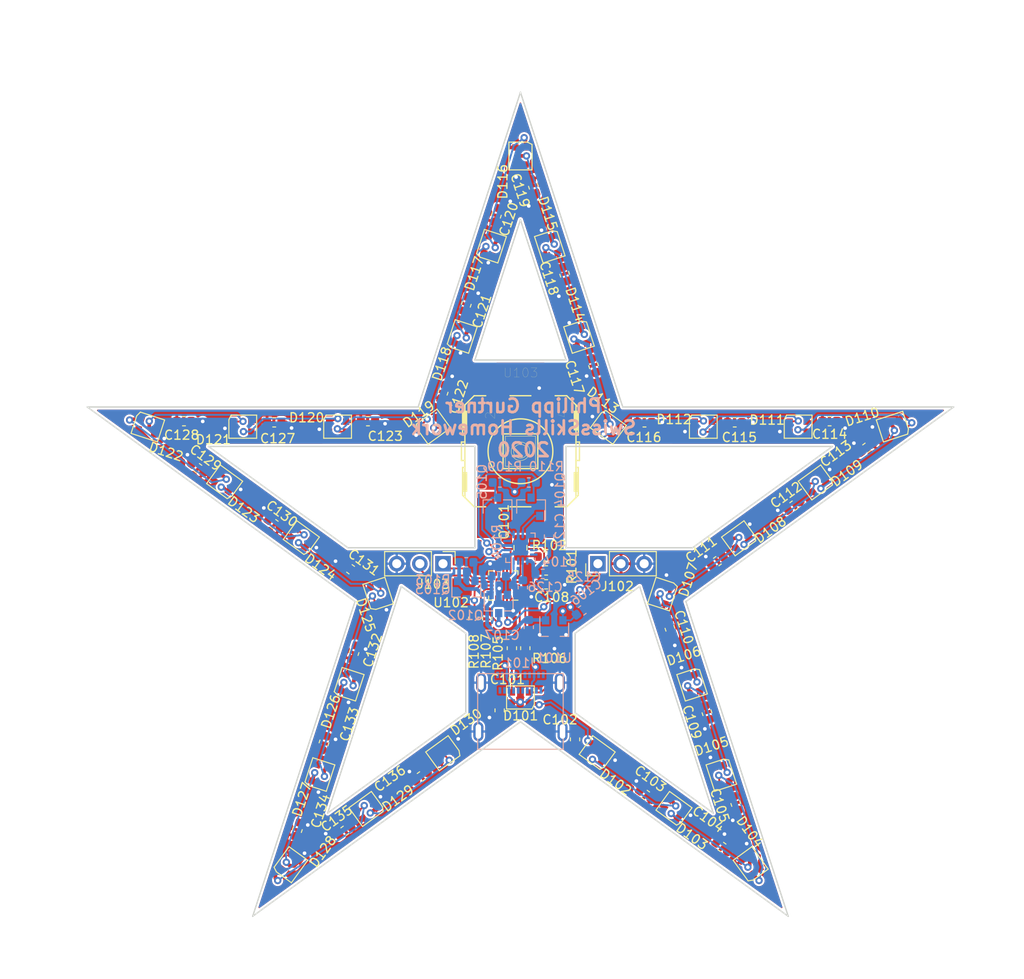
<source format=kicad_pcb>
(kicad_pcb (version 20171130) (host pcbnew 5.1.5)
  (layers (0 F.Cu signal hide) (31 B.Cu signal) (34 B.Paste user hide) (35 F.Paste user) (36 B.SilkS user) (37 F.SilkS user hide) (38 B.Mask user) (39 F.Mask user hide) (44 Edge.Cuts user))
  (net 0 "")
  (net 1 GND)
  (net 2 +5V)
  (net 3 +3V3)
  (net 4 LED_DIN)
  (net 5 "Net-(J101-PadA6)")
  (net 6 "Net-(J101-PadA5)")
  (net 7 "Net-(J101-PadA7)")
  (net 8 "Net-(J101-PadA8)")
  (net 9 "Net-(J101-PadB5)")
  (net 10 "Net-(J101-PadB6)")
  (net 11 "Net-(J101-PadB7)")
  (net 12 "Net-(J101-PadB8)")
  (net 13 UPDI)
  (net 14 SDA)
  (net 15 SCL)
  (net 16 INT2)
  (net 17 INT1)
  (net 18 "Net-(U104-Pad8)")
  (net 19 "Net-(U104-Pad13)")
  (net 20 "Net-(U104-Pad15)")
  (net 21 "Net-(U104-Pad16)")
  (net 22 "Net-(D101-Pad1)")
  (net 23 "Net-(D102-Pad1)")
  (net 24 "Net-(D103-Pad1)")
  (net 25 "Net-(D104-Pad1)")
  (net 26 "Net-(D106-Pad1)")
  (net 27 "Net-(D107-Pad1)")
  (net 28 "Net-(D109-Pad1)")
  (net 29 "Net-(D111-Pad1)")
  (net 30 "Net-(D113-Pad1)")
  (net 31 "Net-(D117-Pad1)")
  (net 32 "Net-(D119-Pad1)")
  (net 33 "Net-(D121-Pad1)")
  (net 34 "Net-(D123-Pad1)")
  (net 35 "Net-(D127-Pad1)")
  (net 36 "Net-(D129-Pad1)")
  (net 37 "Net-(C126-Pad1)")
  (net 38 LED_DOUT_5)
  (net 39 "Net-(D108-Pad1)")
  (net 40 LED_DOUT_10)
  (net 41 "Net-(D112-Pad1)")
  (net 42 "Net-(D114-Pad1)")
  (net 43 LED_DOUT_15)
  (net 44 "Net-(D116-Pad1)")
  (net 45 "Net-(D118-Pad1)")
  (net 46 LED_DOUT_20)
  (net 47 "Net-(D122-Pad1)")
  (net 48 "Net-(D124-Pad1)")
  (net 49 LED_DOUT_25)
  (net 50 "Net-(D126-Pad1)")
  (net 51 "Net-(D128-Pad1)")
  (net 52 "Net-(D130-Pad1)")
  (net 53 RxD)
  (net 54 TxD)
  (net 55 brightness)
  (net 56 "Net-(Q102-Pad2)")
  (net 57 "Net-(Q103-Pad2)")
  (net 58 Button)
  (net 59 "Net-(R105-Pad2)")
  (net 60 "Net-(R106-Pad2)")
  (net 61 "Net-(U102-Pad1)")
  (net 62 "Net-(U102-Pad9)")
  (net 63 "Net-(U102-Pad10)")
  (net 64 "Net-(U102-Pad15)")
  (net 65 "Net-(U102-Pad16)")
  (net 66 "Net-(U102-Pad17)")
  (net 67 "Net-(U102-Pad18)")
  (net 68 "Net-(U104-Pad3)")
  (net 69 "Net-(Q104-Pad1)")
  (net 70 "Net-(Q105-Pad1)")
  (module taster_smd:TASTER (layer F.Cu) (at 200 89.408 90)
    (fp_text reference U103 (at 8.6106 0.025 180) (layer F.SilkS) (effects (font (thickness 0.015))))
    (fp_text value TASTER)
    (fp_text user 1 (at -5.207 -3.302 90) (layer F.SilkS) (effects (font (thickness 0.015))))
    (fp_text user 2 (at 3.937 -3.302 90) (layer F.SilkS) (effects (font (thickness 0.015))))
    (fp_text user 3 (at -5.207 4.699 90) (layer F.SilkS) (effects (font (thickness 0.015))))
    (fp_text user 4 (at 4.064 4.699 90) (layer F.SilkS) (effects (font (thickness 0.015))))
    (pad 1 smd rect (at -6.985 -3.81 90) (size 5.08 1.9304) (layers F.Cu F.Paste F.Mask) (net 58 Button))
    (pad 3 smd rect (at -6.985 3.81 90) (size 5.08 1.9304) (layers F.Cu F.Paste F.Mask) (net 1 GND))
    (pad 2 smd rect (at 6.985 -3.81 90) (size 5.08 1.9304) (layers F.Cu F.Paste F.Mask) (net 58 Button))
    (pad 4 smd rect (at 6.985 3.81 90) (size 5.08 1.9304) (layers F.Cu F.Paste F.Mask) (net 1 GND))
  )
  (module ws2812b-2020:WS2812B-2020 (layer F.Cu) (at 220.07 86.71 180)
    (fp_text reference D112 (at 3.2175 0.7945 180) (layer F.SilkS))
    (fp_text value WS2812B-2020 hide)
    (pad 1 smd rect (at 0.94 0.55) (size 0.7 0.7) (layers F.Cu F.Paste F.Mask) (net 41 "Net-(D112-Pad1)"))
    (pad 2 smd rect (at 0.94 -0.55) (size 0.7 0.7) (layers F.Cu F.Paste F.Mask) (net 1 GND))
    (pad 4 smd rect (at -0.94 0.55) (size 0.7 0.7) (layers F.Cu F.Paste F.Mask) (net 2 +5V))
    (pad 3 smd rect (at -0.94 -0.55) (size 0.7 0.7) (layers F.Cu F.Paste F.Mask) (net 29 "Net-(D111-Pad1)"))
  )
  (module Connector_PinHeader_2.54mm:PinHeader_1x03_P2.54mm_Vertical (layer F.Cu) (at 191.5 101.75 270)
    (fp_text reference J103 (at 2.25 1.04 180) (layer F.SilkS))
    (fp_text value Conn_01x03)
    (pad 1 thru_hole rect (at 0 0 270) (size 1.7 1.7) (drill 1) (layers *.Cu *.Mask) (net 54 TxD))
    (pad 2 thru_hole oval (at 0 2.54 270) (size 1.7 1.7) (drill 1) (layers *.Cu *.Mask) (net 53 RxD))
    (pad 3 thru_hole oval (at 0 5.08 270) (size 1.7 1.7) (drill 1) (layers *.Cu *.Mask) (net 1 GND))
  )
  (module ws2812b-2020:WS2812B-2020 (layer F.Cu) (at 208.42 122.55 324)
    (fp_text reference D102 (at 3.502562 1.385936 324) (layer F.SilkS))
    (fp_text value WS2812B-2020 hide)
    (pad 3 smd rect (at -0.94 -0.55 144) (size 0.7 0.7) (layers F.Cu F.Paste F.Mask) (net 22 "Net-(D101-Pad1)"))
    (pad 4 smd rect (at -0.94 0.55 144) (size 0.7 0.7) (layers F.Cu F.Paste F.Mask) (net 2 +5V))
    (pad 2 smd rect (at 0.94 -0.55 144) (size 0.7 0.7) (layers F.Cu F.Paste F.Mask) (net 1 GND))
    (pad 1 smd rect (at 0.94 0.55 144) (size 0.7 0.7) (layers F.Cu F.Paste F.Mask) (net 23 "Net-(D102-Pad1)"))
  )
  (module Package_DFN_QFN:VQFN-20-1EP_3x3mm_P0.4mm_EP1.7x1.7mm (layer F.Cu) (at 198.12 104.14 180)
    (fp_text reference U102 (at 5.737 -1.879 180) (layer F.SilkS))
    (fp_text value ATtiny1616-M)
    (pad 21 smd roundrect (at 0 0 180) (size 1.7 1.7) (layers F.Cu F.Mask) (roundrect_rratio 0.147059) (net 1 GND))
    (pad 1 smd custom (at -1.45 -0.8 180) (size 0.143431 0.143431) (layers F.Cu F.Paste F.Mask) (net 61 "Net-(U102-Pad1)") (options (clearance outline) (anchor circle)) (primitives (gr_poly (pts (xy -0.35 -0.05) (xy 0.299289 -0.05) (xy 0.35 0.000711) (xy 0.35 0.05) (xy -0.35 0.05)) (width 0.1))))
    (pad 2 smd roundrect (at -1.45 -0.4 180) (size 0.8 0.2) (layers F.Cu F.Paste F.Mask) (net 60 "Net-(R106-Pad2)"))
    (pad 3 smd roundrect (at -1.45 0 180) (size 0.8 0.2) (layers F.Cu F.Paste F.Mask) (net 1 GND))
    (pad 4 smd roundrect (at -1.45 0.4 180) (size 0.8 0.2) (layers F.Cu F.Paste F.Mask) (net 2 +5V))
    (pad 5 smd custom (at -1.45 0.8 180) (size 0.143431 0.143431) (layers F.Cu F.Paste F.Mask) (net 55 brightness) (options (clearance outline) (anchor circle)) (primitives (gr_poly (pts (xy -0.35 -0.05) (xy 0.35 -0.05) (xy 0.35 -0.000711) (xy 0.299289 0.05) (xy -0.35 0.05)) (width 0.1))))
    (pad 6 smd custom (at -0.8 1.45 180) (size 0.143431 0.143431) (layers F.Cu F.Paste F.Mask) (net 58 Button) (options (clearance outline) (anchor circle)) (primitives (gr_poly (pts (xy -0.05 -0.299289) (xy 0.000711 -0.35) (xy 0.05 -0.35) (xy 0.05 0.35) (xy -0.05 0.35)) (width 0.1))))
    (pad 7 smd roundrect (at -0.4 1.45 180) (size 0.2 0.8) (layers F.Cu F.Paste F.Mask) (net 17 INT1))
    (pad 8 smd roundrect (at 0 1.45 180) (size 0.2 0.8) (layers F.Cu F.Paste F.Mask) (net 16 INT2))
    (pad 9 smd roundrect (at 0.4 1.45 180) (size 0.2 0.8) (layers F.Cu F.Paste F.Mask) (net 62 "Net-(U102-Pad9)"))
    (pad 10 smd custom (at 0.8 1.45 180) (size 0.143431 0.143431) (layers F.Cu F.Paste F.Mask) (net 63 "Net-(U102-Pad10)") (options (clearance outline) (anchor circle)) (primitives (gr_poly (pts (xy -0.05 -0.35) (xy -0.000711 -0.35) (xy 0.05 -0.299289) (xy 0.05 0.35) (xy -0.05 0.35)) (width 0.1))))
    (pad 11 smd custom (at 1.45 0.8 180) (size 0.143431 0.143431) (layers F.Cu F.Paste F.Mask) (net 54 TxD) (options (clearance outline) (anchor circle)) (primitives (gr_poly (pts (xy -0.35 -0.05) (xy 0.35 -0.05) (xy 0.35 0.05) (xy -0.299289 0.05) (xy -0.35 -0.000711)) (width 0.1))))
    (pad 12 smd roundrect (at 1.45 0.4 180) (size 0.8 0.2) (layers F.Cu F.Paste F.Mask) (net 53 RxD))
    (pad 13 smd roundrect (at 1.45 0 180) (size 0.8 0.2) (layers F.Cu F.Paste F.Mask) (net 14 SDA))
    (pad 14 smd roundrect (at 1.45 -0.4 180) (size 0.8 0.2) (layers F.Cu F.Paste F.Mask) (net 15 SCL))
    (pad 15 smd custom (at 1.45 -0.8 180) (size 0.143431 0.143431) (layers F.Cu F.Paste F.Mask) (net 64 "Net-(U102-Pad15)") (options (clearance outline) (anchor circle)) (primitives (gr_poly (pts (xy -0.35 0.000711) (xy -0.299289 -0.05) (xy 0.35 -0.05) (xy 0.35 0.05) (xy -0.35 0.05)) (width 0.1))))
    (pad 16 smd custom (at 0.8 -1.45 180) (size 0.143431 0.143431) (layers F.Cu F.Paste F.Mask) (net 65 "Net-(U102-Pad16)") (options (clearance outline) (anchor circle)) (primitives (gr_poly (pts (xy -0.05 -0.35) (xy 0.05 -0.35) (xy 0.05 0.299289) (xy -0.000711 0.35) (xy -0.05 0.35)) (width 0.1))))
    (pad 17 smd roundrect (at 0.4 -1.45 180) (size 0.2 0.8) (layers F.Cu F.Paste F.Mask) (net 66 "Net-(U102-Pad17)"))
    (pad 18 smd roundrect (at 0 -1.45 180) (size 0.2 0.8) (layers F.Cu F.Paste F.Mask) (net 67 "Net-(U102-Pad18)"))
    (pad 19 smd roundrect (at -0.4 -1.45 180) (size 0.2 0.8) (layers F.Cu F.Paste F.Mask) (net 13 UPDI))
    (pad 20 smd custom (at -0.8 -1.45 180) (size 0.143431 0.143431) (layers F.Cu F.Paste F.Mask) (net 59 "Net-(R105-Pad2)") (options (clearance outline) (anchor circle)) (primitives (gr_poly (pts (xy -0.05 -0.35) (xy 0.05 -0.35) (xy 0.05 0.35) (xy 0.000711 0.35) (xy -0.05 0.299289)) (width 0.1))))
  )
  (module Package_DFN_QFN:QFN-16-1EP_3x3mm_P0.5mm_EP1.7x1.7mm (layer B.Cu) (at 200 100 90)
    (fp_text reference U104 (at -1.5492 4.3176) (layer B.SilkS) (effects (justify mirror)))
    (fp_text value MMA8453Q)
    (pad 1 smd roundrect (at -1.4625 0.75 90) (size 0.825 0.25) (layers B.Cu B.Paste B.Mask) (net 3 +3V3))
    (pad 2 smd roundrect (at -1.4625 0.25 90) (size 0.825 0.25) (layers B.Cu B.Paste B.Mask) (net 37 "Net-(C126-Pad1)"))
    (pad 3 smd roundrect (at -1.4625 -0.25 90) (size 0.825 0.25) (layers B.Cu B.Paste B.Mask) (net 68 "Net-(U104-Pad3)"))
    (pad 4 smd roundrect (at -1.4625 -0.75 90) (size 0.825 0.25) (layers B.Cu B.Paste B.Mask) (net 56 "Net-(Q102-Pad2)"))
    (pad 5 smd roundrect (at -0.75 -1.4625 90) (size 0.25 0.825) (layers B.Cu B.Paste B.Mask) (net 1 GND))
    (pad 6 smd roundrect (at -0.25 -1.4625 90) (size 0.25 0.825) (layers B.Cu B.Paste B.Mask) (net 57 "Net-(Q103-Pad2)"))
    (pad 7 smd roundrect (at 0.25 -1.4625 90) (size 0.25 0.825) (layers B.Cu B.Paste B.Mask) (net 1 GND))
    (pad 8 smd roundrect (at 0.75 -1.4625 90) (size 0.25 0.825) (layers B.Cu B.Paste B.Mask) (net 18 "Net-(U104-Pad8)"))
    (pad 9 smd roundrect (at 1.4625 -0.75 90) (size 0.825 0.25) (layers B.Cu B.Paste B.Mask) (net 70 "Net-(Q105-Pad1)"))
    (pad 10 smd roundrect (at 1.4625 -0.25 90) (size 0.825 0.25) (layers B.Cu B.Paste B.Mask) (net 1 GND))
    (pad 11 smd roundrect (at 1.4625 0.25 90) (size 0.825 0.25) (layers B.Cu B.Paste B.Mask) (net 69 "Net-(Q104-Pad1)"))
    (pad 12 smd roundrect (at 1.4625 0.75 90) (size 0.825 0.25) (layers B.Cu B.Paste B.Mask) (net 1 GND))
    (pad 13 smd roundrect (at 0.75 1.4625 90) (size 0.25 0.825) (layers B.Cu B.Paste B.Mask) (net 19 "Net-(U104-Pad13)"))
    (pad 14 smd roundrect (at 0.25 1.4625 90) (size 0.25 0.825) (layers B.Cu B.Paste B.Mask) (net 3 +3V3))
    (pad 15 smd roundrect (at -0.25 1.4625 90) (size 0.25 0.825) (layers B.Cu B.Paste B.Mask) (net 20 "Net-(U104-Pad15)"))
    (pad 16 smd roundrect (at -0.75 1.4625 90) (size 0.25 0.825) (layers B.Cu B.Paste B.Mask) (net 21 "Net-(U104-Pad16)"))
  )
  (module Capacitor_SMD:C_0603_1608Metric (layer F.Cu) (at 197.71868 117.84584 90)
    (fp_text reference C101 (at 3.39344 0.85852 180) (layer F.SilkS))
    (fp_text value 100n)
    (pad 2 smd roundrect (at 0.7875 0 90) (size 0.875 0.95) (layers F.Cu F.Paste F.Mask) (net 2 +5V))
    (pad 1 smd roundrect (at -0.7875 0 90) (size 0.875 0.95) (layers F.Cu F.Paste F.Mask) (net 1 GND))
  )
  (module Capacitor_SMD:C_0603_1608Metric (layer F.Cu) (at 205.994 121.031 270)
    (fp_text reference C102 (at -2.159 1.651) (layer F.SilkS))
    (fp_text value 100n)
    (pad 1 smd roundrect (at -0.7875 0 270) (size 0.875 0.95) (layers F.Cu F.Paste F.Mask) (net 1 GND))
    (pad 2 smd roundrect (at 0.7875 0 270) (size 0.875 0.95) (layers F.Cu F.Paste F.Mask) (net 2 +5V))
  )
  (module Capacitor_SMD:C_0603_1608Metric (layer F.Cu) (at 213.741 127.127 324)
    (fp_text reference C103 (at -0.634102 -1.737027 144) (layer F.SilkS))
    (fp_text value 100n)
    (pad 2 smd roundrect (at 0.7875 0 324) (size 0.875 0.95) (layers F.Cu F.Paste F.Mask) (net 2 +5V))
    (pad 1 smd roundrect (at -0.7875 0 324) (size 0.875 0.95) (layers F.Cu F.Paste F.Mask) (net 1 GND))
  )
  (module Capacitor_SMD:C_0603_1608Metric (layer F.Cu) (at 222.123 132.842 324)
    (fp_text reference C104 (at -3.024511 -1.570099 144) (layer F.SilkS))
    (fp_text value 100n)
    (pad 1 smd roundrect (at -0.7875 0 324) (size 0.875 0.95) (layers F.Cu F.Paste F.Mask) (net 1 GND))
    (pad 2 smd roundrect (at 0.7875 0 324) (size 0.875 0.95) (layers F.Cu F.Paste F.Mask) (net 2 +5V))
  )
  (module Capacitor_SMD:C_0603_1608Metric (layer F.Cu) (at 223.633 128.069 108)
    (fp_text reference C105 (at 0.353944 -1.739776 108) (layer F.SilkS))
    (fp_text value 100n)
    (pad 2 smd roundrect (at 0.7875 0 108) (size 0.875 0.95) (layers F.Cu F.Paste F.Mask) (net 2 +5V))
    (pad 1 smd roundrect (at -0.7875 0 108) (size 0.875 0.95) (layers F.Cu F.Paste F.Mask) (net 1 GND))
  )
  (module Capacitor_SMD:C_0603_1608Metric (layer B.Cu) (at 206.7814 106.8832 36)
    (fp_text reference C106 (at 1.518854 -1.378018 36) (layer B.SilkS) (effects (justify mirror)))
    (fp_text value 100n)
    (pad 2 smd roundrect (at 0.7875 0 36) (size 0.875 0.95) (layers B.Cu B.Paste B.Mask) (net 1 GND))
    (pad 1 smd roundrect (at -0.7875 0 36) (size 0.875 0.95) (layers B.Cu B.Paste B.Mask) (net 2 +5V))
  )
  (module Capacitor_SMD:C_0603_1608Metric (layer B.Cu) (at 200.914 108.712 270)
    (fp_text reference C107 (at 0.889 2.921 180) (layer B.SilkS) (effects (justify mirror)))
    (fp_text value 100n)
    (pad 2 smd roundrect (at 0.7875 0 270) (size 0.875 0.95) (layers B.Cu B.Paste B.Mask) (net 1 GND))
    (pad 1 smd roundrect (at -0.7875 0 270) (size 0.875 0.95) (layers B.Cu B.Paste B.Mask) (net 3 +3V3))
  )
  (module Capacitor_SMD:C_0603_1608Metric (layer F.Cu) (at 202.819 104.013 180)
    (fp_text reference C108 (at -0.6096 -1.4224) (layer F.SilkS))
    (fp_text value 100n)
    (pad 2 smd roundrect (at 0.7875 0 180) (size 0.875 0.95) (layers F.Cu F.Paste F.Mask) (net 2 +5V))
    (pad 1 smd roundrect (at -0.7875 0 180) (size 0.875 0.95) (layers F.Cu F.Paste F.Mask) (net 1 GND))
  )
  (module Capacitor_SMD:C_0603_1608Metric (layer F.Cu) (at 220.472 118.11 108)
    (fp_text reference C109 (at -0.456086 -1.884156 108) (layer F.SilkS))
    (fp_text value 100n)
    (pad 1 smd roundrect (at -0.7875 0 108) (size 0.875 0.95) (layers F.Cu F.Paste F.Mask) (net 1 GND))
    (pad 2 smd roundrect (at 0.7875 0 108) (size 0.875 0.95) (layers F.Cu F.Paste F.Mask) (net 2 +5V))
  )
  (module Capacitor_SMD:C_0603_1608Metric (layer F.Cu) (at 216.408 108.839 108)
    (fp_text reference C110 (at -0.350158 1.488655 108) (layer F.SilkS))
    (fp_text value 100n)
    (pad 2 smd roundrect (at 0.7875 0 108) (size 0.875 0.95) (layers F.Cu F.Paste F.Mask) (net 2 +5V))
    (pad 1 smd roundrect (at -0.7875 0 108) (size 0.875 0.95) (layers F.Cu F.Paste F.Mask) (net 1 GND))
  )
  (module Capacitor_SMD:C_0603_1608Metric (layer F.Cu) (at 221.615 101.473 36)
    (fp_text reference C111 (at -0.691945 -2.072534 36) (layer F.SilkS))
    (fp_text value 100n)
    (pad 1 smd roundrect (at -0.7875 0 36) (size 0.875 0.95) (layers F.Cu F.Paste F.Mask) (net 1 GND))
    (pad 2 smd roundrect (at 0.7875 0 36) (size 0.875 0.95) (layers F.Cu F.Paste F.Mask) (net 2 +5V))
  )
  (module Capacitor_SMD:C_0603_1608Metric (layer F.Cu) (at 229.997 95.377 36)
    (fp_text reference C112 (at 0 -1.43 36) (layer F.SilkS))
    (fp_text value 100n)
    (pad 2 smd roundrect (at 0.7875 0 36) (size 0.875 0.95) (layers F.Cu F.Paste F.Mask) (net 2 +5V))
    (pad 1 smd roundrect (at -0.7875 0 36) (size 0.875 0.95) (layers F.Cu F.Paste F.Mask) (net 1 GND))
  )
  (module Capacitor_SMD:C_0603_1608Metric (layer F.Cu) (at 237.998 89.027 36)
    (fp_text reference C113 (at -3.121195 -1.451381 36) (layer F.SilkS))
    (fp_text value 100n)
    (pad 2 smd roundrect (at 0.7875 0 36) (size 0.875 0.95) (layers F.Cu F.Paste F.Mask) (net 2 +5V))
    (pad 1 smd roundrect (at -0.7875 0 36) (size 0.875 0.95) (layers F.Cu F.Paste F.Mask) (net 1 GND))
  )
  (module Capacitor_SMD:C_0603_1608Metric (layer F.Cu) (at 233.934 86.106 180)
    (fp_text reference C114 (at 0 -1.43) (layer F.SilkS))
    (fp_text value 100n)
    (pad 2 smd roundrect (at 0.7875 0 180) (size 0.875 0.95) (layers F.Cu F.Paste F.Mask) (net 2 +5V))
    (pad 1 smd roundrect (at -0.7875 0 180) (size 0.875 0.95) (layers F.Cu F.Paste F.Mask) (net 1 GND))
  )
  (module Capacitor_SMD:C_0603_1608Metric (layer F.Cu) (at 223.52 86.233 180)
    (fp_text reference C115 (at -0.508 -1.651) (layer F.SilkS))
    (fp_text value 100n)
    (pad 1 smd roundrect (at -0.7875 0 180) (size 0.875 0.95) (layers F.Cu F.Paste F.Mask) (net 1 GND))
    (pad 2 smd roundrect (at 0.7875 0 180) (size 0.875 0.95) (layers F.Cu F.Paste F.Mask) (net 2 +5V))
  )
  (module Capacitor_SMD:C_0603_1608Metric (layer F.Cu) (at 213.614 86.233 180)
    (fp_text reference C116 (at 0.0635 -1.651) (layer F.SilkS))
    (fp_text value 100n)
    (pad 2 smd roundrect (at 0.7875 0 180) (size 0.875 0.95) (layers F.Cu F.Paste F.Mask) (net 2 +5V))
    (pad 1 smd roundrect (at -0.7875 0 180) (size 0.875 0.95) (layers F.Cu F.Paste F.Mask) (net 1 GND))
  )
  (module Capacitor_SMD:C_0603_1608Metric (layer F.Cu) (at 208.026 80.01 108)
    (fp_text reference C117 (at -0.560297 -2.385391 108) (layer F.SilkS))
    (fp_text value 100n)
    (pad 1 smd roundrect (at -0.7875 0 108) (size 0.875 0.95) (layers F.Cu F.Paste F.Mask) (net 1 GND))
    (pad 2 smd roundrect (at 0.7875 0 108) (size 0.875 0.95) (layers F.Cu F.Paste F.Mask) (net 2 +5V))
  )
  (module Capacitor_SMD:C_0603_1608Metric (layer F.Cu) (at 204.851 69.977 108)
    (fp_text reference C118 (at 0.107065 -1.767944 108) (layer F.SilkS))
    (fp_text value 100n)
    (pad 2 smd roundrect (at 0.7875 0 108) (size 0.875 0.95) (layers F.Cu F.Paste F.Mask) (net 2 +5V))
    (pad 1 smd roundrect (at -0.7875 0 108) (size 0.875 0.95) (layers F.Cu F.Paste F.Mask) (net 1 GND))
  )
  (module Capacitor_SMD:C_0603_1608Metric (layer F.Cu) (at 201.422 60.325 108)
    (fp_text reference C119 (at 0.028575 -1.526376 108) (layer F.SilkS))
    (fp_text value 100n)
    (pad 1 smd roundrect (at -0.7875 0 108) (size 0.875 0.95) (layers F.Cu F.Paste F.Mask) (net 1 GND))
    (pad 2 smd roundrect (at 0.7875 0 108) (size 0.875 0.95) (layers F.Cu F.Paste F.Mask) (net 2 +5V))
  )
  (module Capacitor_SMD:C_0603_1608Metric (layer F.Cu) (at 197.358 63.5 252)
    (fp_text reference C120 (at 0 -1.43 72) (layer F.SilkS))
    (fp_text value 100n)
    (pad 2 smd roundrect (at 0.7875 0 252) (size 0.875 0.95) (layers F.Cu F.Paste F.Mask) (net 2 +5V))
    (pad 1 smd roundrect (at -0.7875 0 252) (size 0.875 0.95) (layers F.Cu F.Paste F.Mask) (net 1 GND))
  )
  (module Capacitor_SMD:C_0603_1608Metric (layer F.Cu) (at 194.056 73.279 252)
    (fp_text reference C121 (at 0.194895 -1.866057 72) (layer F.SilkS))
    (fp_text value 100n)
    (pad 2 smd roundrect (at 0.7875 0 252) (size 0.875 0.95) (layers F.Cu F.Paste F.Mask) (net 2 +5V))
    (pad 1 smd roundrect (at -0.7875 0 252) (size 0.875 0.95) (layers F.Cu F.Paste F.Mask) (net 1 GND))
  )
  (module Capacitor_SMD:C_0603_1608Metric (layer F.Cu) (at 191.516 82.931 252)
    (fp_text reference C122 (at -0.046673 -1.787567 72) (layer F.SilkS))
    (fp_text value 100n)
    (pad 1 smd roundrect (at -0.7875 0 252) (size 0.875 0.95) (layers F.Cu F.Paste F.Mask) (net 1 GND))
    (pad 2 smd roundrect (at 0.7875 0 252) (size 0.875 0.95) (layers F.Cu F.Paste F.Mask) (net 2 +5V))
  )
  (module Capacitor_SMD:C_0603_1608Metric (layer F.Cu) (at 183.261 86.106 180)
    (fp_text reference C123 (at -1.905 -1.651) (layer F.SilkS))
    (fp_text value 100n)
    (pad 1 smd roundrect (at -0.7875 0 180) (size 0.875 0.95) (layers F.Cu F.Paste F.Mask) (net 1 GND))
    (pad 2 smd roundrect (at 0.7875 0 180) (size 0.875 0.95) (layers F.Cu F.Paste F.Mask) (net 2 +5V))
  )
  (module Capacitor_SMD:C_0603_1608Metric (layer B.Cu) (at 203.1365 98.7425 270)
    (fp_text reference C124 (at -0.6223 -1.2065 90) (layer B.SilkS) (effects (justify mirror)))
    (fp_text value 4.7u)
    (pad 1 smd roundrect (at -0.7875 0 270) (size 0.875 0.95) (layers B.Cu B.Paste B.Mask) (net 1 GND))
    (pad 2 smd roundrect (at 0.7875 0 270) (size 0.875 0.95) (layers B.Cu B.Paste B.Mask) (net 3 +3V3))
  )
  (module Capacitor_SMD:C_0603_1608Metric (layer B.Cu) (at 202.438 102.87)
    (fp_text reference C125 (at 4.4958 0.3302) (layer B.SilkS) (effects (justify mirror)))
    (fp_text value 100n)
    (pad 2 smd roundrect (at 0.7875 0) (size 0.875 0.95) (layers B.Cu B.Paste B.Mask) (net 1 GND))
    (pad 1 smd roundrect (at -0.7875 0) (size 0.875 0.95) (layers B.Cu B.Paste B.Mask) (net 3 +3V3))
  )
  (module Capacitor_SMD:C_0603_1608Metric (layer B.Cu) (at 200.26376 104.35336 270)
    (fp_text reference C126 (at -0.03556 -2.45364 180) (layer B.SilkS) (effects (justify mirror)))
    (fp_text value 100n)
    (pad 1 smd roundrect (at -0.7875 0 270) (size 0.875 0.95) (layers B.Cu B.Paste B.Mask) (net 37 "Net-(C126-Pad1)"))
    (pad 2 smd roundrect (at 0.7875 0 270) (size 0.875 0.95) (layers B.Cu B.Paste B.Mask) (net 1 GND))
  )
  (module Capacitor_SMD:C_0603_1608Metric (layer F.Cu) (at 172.974 86.233 180)
    (fp_text reference C127 (at -0.381 -1.778) (layer F.SilkS))
    (fp_text value 100n)
    (pad 2 smd roundrect (at 0.7875 0 180) (size 0.875 0.95) (layers F.Cu F.Paste F.Mask) (net 2 +5V))
    (pad 1 smd roundrect (at -0.7875 0 180) (size 0.875 0.95) (layers F.Cu F.Paste F.Mask) (net 1 GND))
  )
  (module Capacitor_SMD:C_0603_1608Metric (layer F.Cu) (at 163.068 86.106 180)
    (fp_text reference C128 (at 0.254 -1.524) (layer F.SilkS))
    (fp_text value 100n)
    (pad 1 smd roundrect (at -0.7875 0 180) (size 0.875 0.95) (layers F.Cu F.Paste F.Mask) (net 1 GND))
    (pad 2 smd roundrect (at 0.7875 0 180) (size 0.875 0.95) (layers F.Cu F.Paste F.Mask) (net 2 +5V))
  )
  (module Capacitor_SMD:C_0603_1608Metric (layer F.Cu) (at 164.594101 91.267881 324)
    (fp_text reference C129 (at 0 -1.43 144) (layer F.SilkS))
    (fp_text value 100n)
    (pad 2 smd roundrect (at 0.7875 0 324) (size 0.875 0.95) (layers F.Cu F.Paste F.Mask) (net 2 +5V))
    (pad 1 smd roundrect (at -0.7875 0 324) (size 0.875 0.95) (layers F.Cu F.Paste F.Mask) (net 1 GND))
  )
  (module Capacitor_SMD:C_0603_1608Metric (layer F.Cu) (at 172.974 97.409 324)
    (fp_text reference C130 (at 0 -1.43 144) (layer F.SilkS))
    (fp_text value 100n)
    (pad 1 smd roundrect (at -0.7875 0 324) (size 0.875 0.95) (layers F.Cu F.Paste F.Mask) (net 1 GND))
    (pad 2 smd roundrect (at 0.7875 0 324) (size 0.875 0.95) (layers F.Cu F.Paste F.Mask) (net 2 +5V))
  )
  (module Capacitor_SMD:C_0603_1608Metric (layer F.Cu) (at 181.356 102.362 324)
    (fp_text reference C131 (at 0.733677 -1.474931 144) (layer F.SilkS))
    (fp_text value 100n)
    (pad 2 smd roundrect (at 0.7875 0 324) (size 0.875 0.95) (layers F.Cu F.Paste F.Mask) (net 2 +5V))
    (pad 1 smd roundrect (at -0.7875 0 324) (size 0.875 0.95) (layers F.Cu F.Paste F.Mask) (net 1 GND))
  )
  (module Capacitor_SMD:C_0603_1608Metric (layer F.Cu) (at 181.737 111.506 252)
    (fp_text reference C132 (at -0.869491 -1.854057 72) (layer F.SilkS))
    (fp_text value 100n)
    (pad 1 smd roundrect (at -0.7875 0 252) (size 0.875 0.95) (layers F.Cu F.Paste F.Mask) (net 1 GND))
    (pad 2 smd roundrect (at 0.7875 0 252) (size 0.875 0.95) (layers F.Cu F.Paste F.Mask) (net 2 +5V))
  )
  (module Capacitor_SMD:C_0603_1608Metric (layer F.Cu) (at 178.435 121.412 252)
    (fp_text reference C133 (at -2.79594 -2.029329 72) (layer F.SilkS))
    (fp_text value 100n)
    (pad 2 smd roundrect (at 0.7875 0 252) (size 0.875 0.95) (layers F.Cu F.Paste F.Mask) (net 2 +5V))
    (pad 1 smd roundrect (at -0.7875 0 252) (size 0.875 0.95) (layers F.Cu F.Paste F.Mask) (net 1 GND))
  )
  (module Capacitor_SMD:C_0603_1608Metric (layer F.Cu) (at 175.514 130.937 252)
    (fp_text reference C134 (at -2.71745 -1.787761 72) (layer F.SilkS))
    (fp_text value 100n)
    (pad 1 smd roundrect (at -0.7875 0 252) (size 0.875 0.95) (layers F.Cu F.Paste F.Mask) (net 1 GND))
    (pad 2 smd roundrect (at 0.7875 0 252) (size 0.875 0.95) (layers F.Cu F.Paste F.Mask) (net 2 +5V))
  )
  (module Capacitor_SMD:C_0603_1608Metric (layer F.Cu) (at 180.721 131.064 36)
    (fp_text reference C135 (at 0.064596 -1.601365 36) (layer F.SilkS))
    (fp_text value 100n)
    (pad 1 smd roundrect (at -0.7875 0 36) (size 0.875 0.95) (layers F.Cu F.Paste F.Mask) (net 1 GND))
    (pad 2 smd roundrect (at 0.7875 0 36) (size 0.875 0.95) (layers F.Cu F.Paste F.Mask) (net 2 +5V))
  )
  (module Capacitor_SMD:C_0603_1608Metric (layer F.Cu) (at 189.103 125.095 36)
    (fp_text reference C136 (at -2.923417 -1.810025 36) (layer F.SilkS))
    (fp_text value 100n)
    (pad 1 smd roundrect (at -0.7875 0 36) (size 0.875 0.95) (layers F.Cu F.Paste F.Mask) (net 1 GND))
    (pad 2 smd roundrect (at 0.7875 0 36) (size 0.875 0.95) (layers F.Cu F.Paste F.Mask) (net 2 +5V))
  )
  (module ws2812b-2020:WS2812B-2020 (layer F.Cu) (at 200 116.43)
    (fp_text reference D101 (at 0.025 2.0102 180) (layer F.SilkS))
    (fp_text value WS2812B-2020 hide)
    (pad 1 smd rect (at 0.94 0.55 180) (size 0.7 0.7) (layers F.Cu F.Paste F.Mask) (net 22 "Net-(D101-Pad1)"))
    (pad 2 smd rect (at 0.94 -0.55 180) (size 0.7 0.7) (layers F.Cu F.Paste F.Mask) (net 1 GND))
    (pad 4 smd rect (at -0.94 0.55 180) (size 0.7 0.7) (layers F.Cu F.Paste F.Mask) (net 2 +5V))
    (pad 3 smd rect (at -0.94 -0.55 180) (size 0.7 0.7) (layers F.Cu F.Paste F.Mask) (net 4 LED_DIN))
  )
  (module ws2812b-2020:WS2812B-2020 (layer F.Cu) (at 216.85 128.67 324)
    (fp_text reference D103 (at 3.374974 1.291988 324) (layer F.SilkS))
    (fp_text value WS2812B-2020 hide)
    (pad 1 smd rect (at 0.94 0.55 144) (size 0.7 0.7) (layers F.Cu F.Paste F.Mask) (net 24 "Net-(D103-Pad1)"))
    (pad 2 smd rect (at 0.94 -0.55 144) (size 0.7 0.7) (layers F.Cu F.Paste F.Mask) (net 1 GND))
    (pad 4 smd rect (at -0.94 0.55 144) (size 0.7 0.7) (layers F.Cu F.Paste F.Mask) (net 2 +5V))
    (pad 3 smd rect (at -0.94 -0.55 144) (size 0.7 0.7) (layers F.Cu F.Paste F.Mask) (net 23 "Net-(D102-Pad1)"))
  )
  (module ws2812b-2020:WS2812B-2020 (layer F.Cu) (at 225.27 134.79 306)
    (fp_text reference D104 (at -2.969843 -2.035346 306) (layer F.SilkS))
    (fp_text value WS2812B-2020 hide)
    (pad 3 smd rect (at -0.94 -0.55 126) (size 0.7 0.7) (layers F.Cu F.Paste F.Mask) (net 24 "Net-(D103-Pad1)"))
    (pad 4 smd rect (at -0.94 0.55 126) (size 0.7 0.7) (layers F.Cu F.Paste F.Mask) (net 2 +5V))
    (pad 2 smd rect (at 0.94 -0.55 126) (size 0.7 0.7) (layers F.Cu F.Paste F.Mask) (net 1 GND))
    (pad 1 smd rect (at 0.94 0.55 126) (size 0.7 0.7) (layers F.Cu F.Paste F.Mask) (net 25 "Net-(D104-Pad1)"))
  )
  (module ws2812b-2020:WS2812B-2020 (layer F.Cu) (at 222.05 124.89 108)
    (fp_text reference D105 (at 3.27607 -0.060605 18) (layer F.SilkS))
    (fp_text value WS2812B-2020 hide)
    (pad 1 smd rect (at 0.94 0.55 288) (size 0.7 0.7) (layers F.Cu F.Paste F.Mask) (net 38 LED_DOUT_5))
    (pad 2 smd rect (at 0.94 -0.55 288) (size 0.7 0.7) (layers F.Cu F.Paste F.Mask) (net 1 GND))
    (pad 4 smd rect (at -0.94 0.55 288) (size 0.7 0.7) (layers F.Cu F.Paste F.Mask) (net 2 +5V))
    (pad 3 smd rect (at -0.94 -0.55 288) (size 0.7 0.7) (layers F.Cu F.Paste F.Mask) (net 25 "Net-(D104-Pad1)"))
  )
  (module ws2812b-2020:WS2812B-2020 (layer F.Cu) (at 218.84 114.98 108)
    (fp_text reference D106 (at 3.222205 0.09223 18) (layer F.SilkS))
    (fp_text value WS2812B-2020 hide)
    (pad 1 smd rect (at 0.94 0.55 288) (size 0.7 0.7) (layers F.Cu F.Paste F.Mask) (net 26 "Net-(D106-Pad1)"))
    (pad 2 smd rect (at 0.94 -0.55 288) (size 0.7 0.7) (layers F.Cu F.Paste F.Mask) (net 1 GND))
    (pad 4 smd rect (at -0.94 0.55 288) (size 0.7 0.7) (layers F.Cu F.Paste F.Mask) (net 2 +5V))
    (pad 3 smd rect (at -0.94 -0.55 288) (size 0.7 0.7) (layers F.Cu F.Paste F.Mask) (net 38 LED_DOUT_5))
  )
  (module ws2812b-2020:WS2812B-2020 (layer F.Cu) (at 215.62 105.08 72)
    (fp_text reference D107 (at 2.369342 2.195278 252) (layer F.SilkS))
    (fp_text value WS2812B-2020 hide)
    (pad 3 smd rect (at -0.94 -0.55 252) (size 0.7 0.7) (layers F.Cu F.Paste F.Mask) (net 26 "Net-(D106-Pad1)"))
    (pad 4 smd rect (at -0.94 0.55 252) (size 0.7 0.7) (layers F.Cu F.Paste F.Mask) (net 2 +5V))
    (pad 2 smd rect (at 0.94 -0.55 252) (size 0.7 0.7) (layers F.Cu F.Paste F.Mask) (net 1 GND))
    (pad 1 smd rect (at 0.94 0.55 252) (size 0.7 0.7) (layers F.Cu F.Paste F.Mask) (net 27 "Net-(D107-Pad1)"))
  )
  (module ws2812b-2020:WS2812B-2020 (layer F.Cu) (at 224.05 98.96 36)
    (fp_text reference D108 (at 3.294732 1.261525 216) (layer F.SilkS))
    (fp_text value WS2812B-2020 hide)
    (pad 3 smd rect (at -0.94 -0.55 216) (size 0.7 0.7) (layers F.Cu F.Paste F.Mask) (net 27 "Net-(D107-Pad1)"))
    (pad 4 smd rect (at -0.94 0.55 216) (size 0.7 0.7) (layers F.Cu F.Paste F.Mask) (net 2 +5V))
    (pad 2 smd rect (at 0.94 -0.55 216) (size 0.7 0.7) (layers F.Cu F.Paste F.Mask) (net 1 GND))
    (pad 1 smd rect (at 0.94 0.55 216) (size 0.7 0.7) (layers F.Cu F.Paste F.Mask) (net 39 "Net-(D108-Pad1)"))
  )
  (module ws2812b-2020:WS2812B-2020 (layer F.Cu) (at 232.47 92.83 36)
    (fp_text reference D109 (at 3.318654 1.16395 216) (layer F.SilkS))
    (fp_text value WS2812B-2020 hide)
    (pad 1 smd rect (at 0.94 0.55 216) (size 0.7 0.7) (layers F.Cu F.Paste F.Mask) (net 28 "Net-(D109-Pad1)"))
    (pad 2 smd rect (at 0.94 -0.55 216) (size 0.7 0.7) (layers F.Cu F.Paste F.Mask) (net 1 GND))
    (pad 4 smd rect (at -0.94 0.55 216) (size 0.7 0.7) (layers F.Cu F.Paste F.Mask) (net 2 +5V))
    (pad 3 smd rect (at -0.94 -0.55 216) (size 0.7 0.7) (layers F.Cu F.Paste F.Mask) (net 39 "Net-(D108-Pad1)"))
  )
  (module ws2812b-2020:WS2812B-2020 (layer F.Cu) (at 240.9 86.71 18)
    (fp_text reference D110 (at -2.883168 -2.079317 198) (layer F.SilkS))
    (fp_text value WS2812B-2020 hide)
    (pad 3 smd rect (at -0.94 -0.55 198) (size 0.7 0.7) (layers F.Cu F.Paste F.Mask) (net 28 "Net-(D109-Pad1)"))
    (pad 4 smd rect (at -0.94 0.55 198) (size 0.7 0.7) (layers F.Cu F.Paste F.Mask) (net 2 +5V))
    (pad 2 smd rect (at 0.94 -0.55 198) (size 0.7 0.7) (layers F.Cu F.Paste F.Mask) (net 1 GND))
    (pad 1 smd rect (at 0.94 0.55 198) (size 0.7 0.7) (layers F.Cu F.Paste F.Mask) (net 40 LED_DOUT_10))
  )
  (module ws2812b-2020:WS2812B-2020 (layer F.Cu) (at 230.48 86.71 180)
    (fp_text reference D111 (at 3.404 0.731 180) (layer F.SilkS))
    (fp_text value WS2812B-2020 hide)
    (pad 3 smd rect (at -0.94 -0.55) (size 0.7 0.7) (layers F.Cu F.Paste F.Mask) (net 40 LED_DOUT_10))
    (pad 4 smd rect (at -0.94 0.55) (size 0.7 0.7) (layers F.Cu F.Paste F.Mask) (net 2 +5V))
    (pad 2 smd rect (at 0.94 -0.55) (size 0.7 0.7) (layers F.Cu F.Paste F.Mask) (net 1 GND))
    (pad 1 smd rect (at 0.94 0.55) (size 0.7 0.7) (layers F.Cu F.Paste F.Mask) (net 29 "Net-(D111-Pad1)"))
  )
  (module ws2812b-2020:WS2812B-2020 (layer F.Cu) (at 209.65 86.71 144)
    (fp_text reference D113 (at 2.190582 1.980686 324) (layer F.SilkS))
    (fp_text value WS2812B-2020 hide)
    (pad 1 smd rect (at 0.94 0.55 324) (size 0.7 0.7) (layers F.Cu F.Paste F.Mask) (net 30 "Net-(D113-Pad1)"))
    (pad 2 smd rect (at 0.94 -0.55 324) (size 0.7 0.7) (layers F.Cu F.Paste F.Mask) (net 1 GND))
    (pad 4 smd rect (at -0.94 0.55 324) (size 0.7 0.7) (layers F.Cu F.Paste F.Mask) (net 2 +5V))
    (pad 3 smd rect (at -0.94 -0.55 324) (size 0.7 0.7) (layers F.Cu F.Paste F.Mask) (net 41 "Net-(D112-Pad1)"))
  )
  (module ws2812b-2020:WS2812B-2020 (layer F.Cu) (at 206.43 76.81 108)
    (fp_text reference D114 (at 3.492912 0.676478 288) (layer F.SilkS))
    (fp_text value WS2812B-2020 hide)
    (pad 1 smd rect (at 0.94 0.55 288) (size 0.7 0.7) (layers F.Cu F.Paste F.Mask) (net 42 "Net-(D114-Pad1)"))
    (pad 2 smd rect (at 0.94 -0.55 288) (size 0.7 0.7) (layers F.Cu F.Paste F.Mask) (net 1 GND))
    (pad 4 smd rect (at -0.94 0.55 288) (size 0.7 0.7) (layers F.Cu F.Paste F.Mask) (net 2 +5V))
    (pad 3 smd rect (at -0.94 -0.55 288) (size 0.7 0.7) (layers F.Cu F.Paste F.Mask) (net 30 "Net-(D113-Pad1)"))
  )
  (module ws2812b-2020:WS2812B-2020 (layer F.Cu) (at 203.22 66.9 108)
    (fp_text reference D115 (at 3.479816 0.909328 288) (layer F.SilkS))
    (fp_text value WS2812B-2020 hide)
    (pad 3 smd rect (at -0.94 -0.55 288) (size 0.7 0.7) (layers F.Cu F.Paste F.Mask) (net 42 "Net-(D114-Pad1)"))
    (pad 4 smd rect (at -0.94 0.55 288) (size 0.7 0.7) (layers F.Cu F.Paste F.Mask) (net 2 +5V))
    (pad 2 smd rect (at 0.94 -0.55 288) (size 0.7 0.7) (layers F.Cu F.Paste F.Mask) (net 1 GND))
    (pad 1 smd rect (at 0.94 0.55 288) (size 0.7 0.7) (layers F.Cu F.Paste F.Mask) (net 43 LED_DOUT_15))
  )
  (module ws2812b-2020:WS2812B-2020 (layer F.Cu) (at 200 57 90)
    (fp_text reference D116 (at -2.817 -1.9435 270) (layer F.SilkS))
    (fp_text value WS2812B-2020 hide)
    (pad 1 smd rect (at 0.94 0.55 270) (size 0.7 0.7) (layers F.Cu F.Paste F.Mask) (net 44 "Net-(D116-Pad1)"))
    (pad 2 smd rect (at 0.94 -0.55 270) (size 0.7 0.7) (layers F.Cu F.Paste F.Mask) (net 1 GND))
    (pad 4 smd rect (at -0.94 0.55 270) (size 0.7 0.7) (layers F.Cu F.Paste F.Mask) (net 2 +5V))
    (pad 3 smd rect (at -0.94 -0.55 270) (size 0.7 0.7) (layers F.Cu F.Paste F.Mask) (net 43 LED_DOUT_15))
  )
  (module ws2812b-2020:WS2812B-2020 (layer F.Cu) (at 196.78 66.9 252)
    (fp_text reference D117 (at 3.433055 0.813966 252) (layer F.SilkS))
    (fp_text value WS2812B-2020 hide)
    (pad 3 smd rect (at -0.94 -0.55 72) (size 0.7 0.7) (layers F.Cu F.Paste F.Mask) (net 44 "Net-(D116-Pad1)"))
    (pad 4 smd rect (at -0.94 0.55 72) (size 0.7 0.7) (layers F.Cu F.Paste F.Mask) (net 2 +5V))
    (pad 2 smd rect (at 0.94 -0.55 72) (size 0.7 0.7) (layers F.Cu F.Paste F.Mask) (net 1 GND))
    (pad 1 smd rect (at 0.94 0.55 72) (size 0.7 0.7) (layers F.Cu F.Paste F.Mask) (net 31 "Net-(D117-Pad1)"))
  )
  (module ws2812b-2020:WS2812B-2020 (layer F.Cu) (at 193.57 76.81 252)
    (fp_text reference D118 (at 3.536171 1.144268 252) (layer F.SilkS))
    (fp_text value WS2812B-2020 hide)
    (pad 3 smd rect (at -0.94 -0.55 72) (size 0.7 0.7) (layers F.Cu F.Paste F.Mask) (net 31 "Net-(D117-Pad1)"))
    (pad 4 smd rect (at -0.94 0.55 72) (size 0.7 0.7) (layers F.Cu F.Paste F.Mask) (net 2 +5V))
    (pad 2 smd rect (at 0.94 -0.55 72) (size 0.7 0.7) (layers F.Cu F.Paste F.Mask) (net 1 GND))
    (pad 1 smd rect (at 0.94 0.55 72) (size 0.7 0.7) (layers F.Cu F.Paste F.Mask) (net 45 "Net-(D118-Pad1)"))
  )
  (module ws2812b-2020:WS2812B-2020 (layer F.Cu) (at 190.35 86.71 216)
    (fp_text reference D119 (at 0.41142 1.987383 216) (layer F.SilkS))
    (fp_text value WS2812B-2020 hide)
    (pad 3 smd rect (at -0.94 -0.55 36) (size 0.7 0.7) (layers F.Cu F.Paste F.Mask) (net 45 "Net-(D118-Pad1)"))
    (pad 4 smd rect (at -0.94 0.55 36) (size 0.7 0.7) (layers F.Cu F.Paste F.Mask) (net 2 +5V))
    (pad 2 smd rect (at 0.94 -0.55 36) (size 0.7 0.7) (layers F.Cu F.Paste F.Mask) (net 1 GND))
    (pad 1 smd rect (at 0.94 0.55 36) (size 0.7 0.7) (layers F.Cu F.Paste F.Mask) (net 32 "Net-(D119-Pad1)"))
  )
  (module ws2812b-2020:WS2812B-2020 (layer F.Cu) (at 179.93 86.71 180)
    (fp_text reference D120 (at 3.4 0.985 180) (layer F.SilkS))
    (fp_text value WS2812B-2020 hide)
    (pad 1 smd rect (at 0.94 0.55) (size 0.7 0.7) (layers F.Cu F.Paste F.Mask) (net 46 LED_DOUT_20))
    (pad 2 smd rect (at 0.94 -0.55) (size 0.7 0.7) (layers F.Cu F.Paste F.Mask) (net 1 GND))
    (pad 4 smd rect (at -0.94 0.55) (size 0.7 0.7) (layers F.Cu F.Paste F.Mask) (net 2 +5V))
    (pad 3 smd rect (at -0.94 -0.55) (size 0.7 0.7) (layers F.Cu F.Paste F.Mask) (net 32 "Net-(D119-Pad1)"))
  )
  (module ws2812b-2020:WS2812B-2020 (layer F.Cu) (at 169.52 86.71 180)
    (fp_text reference D121 (at 3.2135 -1.428 180) (layer F.SilkS))
    (fp_text value WS2812B-2020 hide)
    (pad 3 smd rect (at -0.94 -0.55) (size 0.7 0.7) (layers F.Cu F.Paste F.Mask) (net 46 LED_DOUT_20))
    (pad 4 smd rect (at -0.94 0.55) (size 0.7 0.7) (layers F.Cu F.Paste F.Mask) (net 2 +5V))
    (pad 2 smd rect (at 0.94 -0.55) (size 0.7 0.7) (layers F.Cu F.Paste F.Mask) (net 1 GND))
    (pad 1 smd rect (at 0.94 0.55) (size 0.7 0.7) (layers F.Cu F.Paste F.Mask) (net 33 "Net-(D121-Pad1)"))
  )
  (module ws2812b-2020:WS2812B-2020 (layer F.Cu) (at 159.1 86.71 162)
    (fp_text reference D122 (at -2.754988 -2.008463 342) (layer F.SilkS))
    (fp_text value WS2812B-2020 hide)
    (pad 1 smd rect (at 0.94 0.55 342) (size 0.7 0.7) (layers F.Cu F.Paste F.Mask) (net 47 "Net-(D122-Pad1)"))
    (pad 2 smd rect (at 0.94 -0.55 342) (size 0.7 0.7) (layers F.Cu F.Paste F.Mask) (net 1 GND))
    (pad 4 smd rect (at -0.94 0.55 342) (size 0.7 0.7) (layers F.Cu F.Paste F.Mask) (net 2 +5V))
    (pad 3 smd rect (at -0.94 -0.55 342) (size 0.7 0.7) (layers F.Cu F.Paste F.Mask) (net 33 "Net-(D121-Pad1)"))
  )
  (module ws2812b-2020:WS2812B-2020 (layer F.Cu) (at 167.53 92.83 324)
    (fp_text reference D123 (at 3.439901 1.198463 324) (layer F.SilkS))
    (fp_text value WS2812B-2020 hide)
    (pad 3 smd rect (at -0.94 -0.55 144) (size 0.7 0.7) (layers F.Cu F.Paste F.Mask) (net 47 "Net-(D122-Pad1)"))
    (pad 4 smd rect (at -0.94 0.55 144) (size 0.7 0.7) (layers F.Cu F.Paste F.Mask) (net 2 +5V))
    (pad 2 smd rect (at 0.94 -0.55 144) (size 0.7 0.7) (layers F.Cu F.Paste F.Mask) (net 1 GND))
    (pad 1 smd rect (at 0.94 0.55 144) (size 0.7 0.7) (layers F.Cu F.Paste F.Mask) (net 34 "Net-(D123-Pad1)"))
  )
  (module ws2812b-2020:WS2812B-2020 (layer F.Cu) (at 175.95 98.96 324)
    (fp_text reference D124 (at 3.55252 1.310085 324) (layer F.SilkS))
    (fp_text value WS2812B-2020 hide)
    (pad 1 smd rect (at 0.94 0.55 144) (size 0.7 0.7) (layers F.Cu F.Paste F.Mask) (net 48 "Net-(D124-Pad1)"))
    (pad 2 smd rect (at 0.94 -0.55 144) (size 0.7 0.7) (layers F.Cu F.Paste F.Mask) (net 1 GND))
    (pad 4 smd rect (at -0.94 0.55 144) (size 0.7 0.7) (layers F.Cu F.Paste F.Mask) (net 2 +5V))
    (pad 3 smd rect (at -0.94 -0.55 144) (size 0.7 0.7) (layers F.Cu F.Paste F.Mask) (net 34 "Net-(D123-Pad1)"))
  )
  (module ws2812b-2020:WS2812B-2020 (layer F.Cu) (at 184.38 105.08 288)
    (fp_text reference D125 (at 1.761723 2.016076 288) (layer F.SilkS))
    (fp_text value WS2812B-2020 hide)
    (pad 3 smd rect (at -0.94 -0.55 108) (size 0.7 0.7) (layers F.Cu F.Paste F.Mask) (net 48 "Net-(D124-Pad1)"))
    (pad 4 smd rect (at -0.94 0.55 108) (size 0.7 0.7) (layers F.Cu F.Paste F.Mask) (net 2 +5V))
    (pad 2 smd rect (at 0.94 -0.55 108) (size 0.7 0.7) (layers F.Cu F.Paste F.Mask) (net 1 GND))
    (pad 1 smd rect (at 0.94 0.55 108) (size 0.7 0.7) (layers F.Cu F.Paste F.Mask) (net 49 LED_DOUT_25))
  )
  (module ws2812b-2020:WS2812B-2020 (layer F.Cu) (at 181.16 114.98 252)
    (fp_text reference D126 (at 3.462623 0.938946 252) (layer F.SilkS))
    (fp_text value WS2812B-2020 hide)
    (pad 1 smd rect (at 0.94 0.55 72) (size 0.7 0.7) (layers F.Cu F.Paste F.Mask) (net 50 "Net-(D126-Pad1)"))
    (pad 2 smd rect (at 0.94 -0.55 72) (size 0.7 0.7) (layers F.Cu F.Paste F.Mask) (net 1 GND))
    (pad 4 smd rect (at -0.94 0.55 72) (size 0.7 0.7) (layers F.Cu F.Paste F.Mask) (net 2 +5V))
    (pad 3 smd rect (at -0.94 -0.55 72) (size 0.7 0.7) (layers F.Cu F.Paste F.Mask) (net 49 LED_DOUT_25))
  )
  (module ws2812b-2020:WS2812B-2020 (layer F.Cu) (at 177.95 124.89 252)
    (fp_text reference D127 (at 3.206435 0.985385 252) (layer F.SilkS))
    (fp_text value WS2812B-2020 hide)
    (pad 3 smd rect (at -0.94 -0.55 72) (size 0.7 0.7) (layers F.Cu F.Paste F.Mask) (net 50 "Net-(D126-Pad1)"))
    (pad 4 smd rect (at -0.94 0.55 72) (size 0.7 0.7) (layers F.Cu F.Paste F.Mask) (net 2 +5V))
    (pad 2 smd rect (at 0.94 -0.55 72) (size 0.7 0.7) (layers F.Cu F.Paste F.Mask) (net 1 GND))
    (pad 1 smd rect (at 0.94 0.55 72) (size 0.7 0.7) (layers F.Cu F.Paste F.Mask) (net 35 "Net-(D127-Pad1)"))
  )
  (module ws2812b-2020:WS2812B-2020 (layer F.Cu) (at 174.73 134.79 234)
    (fp_text reference D128 (at -3.26808 -2.048252 234) (layer F.SilkS))
    (fp_text value WS2812B-2020 hide)
    (pad 1 smd rect (at 0.94 0.55 54) (size 0.7 0.7) (layers F.Cu F.Paste F.Mask) (net 51 "Net-(D128-Pad1)"))
    (pad 2 smd rect (at 0.94 -0.55 54) (size 0.7 0.7) (layers F.Cu F.Paste F.Mask) (net 1 GND))
    (pad 4 smd rect (at -0.94 0.55 54) (size 0.7 0.7) (layers F.Cu F.Paste F.Mask) (net 2 +5V))
    (pad 3 smd rect (at -0.94 -0.55 54) (size 0.7 0.7) (layers F.Cu F.Paste F.Mask) (net 35 "Net-(D127-Pad1)"))
  )
  (module ws2812b-2020:WS2812B-2020 (layer F.Cu) (at 183.15 128.67 36)
    (fp_text reference D129 (at 3.444181 1.066033 216) (layer F.SilkS))
    (fp_text value WS2812B-2020 hide)
    (pad 3 smd rect (at -0.94 -0.55 216) (size 0.7 0.7) (layers F.Cu F.Paste F.Mask) (net 51 "Net-(D128-Pad1)"))
    (pad 4 smd rect (at -0.94 0.55 216) (size 0.7 0.7) (layers F.Cu F.Paste F.Mask) (net 2 +5V))
    (pad 2 smd rect (at 0.94 -0.55 216) (size 0.7 0.7) (layers F.Cu F.Paste F.Mask) (net 1 GND))
    (pad 1 smd rect (at 0.94 0.55 216) (size 0.7 0.7) (layers F.Cu F.Paste F.Mask) (net 36 "Net-(D129-Pad1)"))
  )
  (module ws2812b-2020:WS2812B-2020 (layer F.Cu) (at 191.58 122.55 36)
    (fp_text reference D130 (at 4.015703 -1.314718 216) (layer F.SilkS))
    (fp_text value WS2812B-2020 hide)
    (pad 1 smd rect (at 0.94 0.55 216) (size 0.7 0.7) (layers F.Cu F.Paste F.Mask) (net 52 "Net-(D130-Pad1)"))
    (pad 2 smd rect (at 0.94 -0.55 216) (size 0.7 0.7) (layers F.Cu F.Paste F.Mask) (net 1 GND))
    (pad 4 smd rect (at -0.94 0.55 216) (size 0.7 0.7) (layers F.Cu F.Paste F.Mask) (net 2 +5V))
    (pad 3 smd rect (at -0.94 -0.55 216) (size 0.7 0.7) (layers F.Cu F.Paste F.Mask) (net 36 "Net-(D129-Pad1)"))
  )
  (module usbc_molex:USB_C_Molex_fyang05 (layer B.Cu) (at 200 114.808 180)
    (fp_text reference J101 (at 0 2.159) (layer B.SilkS) (effects (justify mirror)))
    (fp_text value USB_C_Receptacle_USB2.0)
    (pad A1 smd rect (at -3 0.85 180) (size 0.3 0.7) (layers B.Cu B.Paste B.Mask) (net 1 GND))
    (pad A6 smd rect (at -0.5 0.85 180) (size 0.3 0.7) (layers B.Cu B.Paste B.Mask) (net 5 "Net-(J101-PadA6)"))
    (pad A5 smd rect (at -1 0.85 180) (size 0.3 0.7) (layers B.Cu B.Paste B.Mask) (net 6 "Net-(J101-PadA5)"))
    (pad A4 smd rect (at -1.5 0.85 180) (size 0.3 0.7) (layers B.Cu B.Paste B.Mask) (net 2 +5V))
    (pad A3 smd rect (at -2 0.85 180) (size 0.3 0.7) (layers B.Cu B.Paste B.Mask))
    (pad A2 smd rect (at -2.5 0.85 180) (size 0.3 0.7) (layers B.Cu B.Paste B.Mask))
    (pad A7 smd rect (at 0.5 0.85 180) (size 0.3 0.7) (layers B.Cu B.Paste B.Mask) (net 7 "Net-(J101-PadA7)"))
    (pad A8 smd rect (at 1 0.85 180) (size 0.3 0.7) (layers B.Cu B.Paste B.Mask) (net 8 "Net-(J101-PadA8)"))
    (pad A9 smd rect (at 1.5 0.85 180) (size 0.3 0.7) (layers B.Cu B.Paste B.Mask) (net 2 +5V))
    (pad A10 smd rect (at 2 0.85 180) (size 0.3 0.7) (layers B.Cu B.Paste B.Mask))
    (pad A11 smd rect (at 2.5 0.85 180) (size 0.3 0.7) (layers B.Cu B.Paste B.Mask))
    (pad A12 smd rect (at 3 0.85 180) (size 0.3 0.7) (layers B.Cu B.Paste B.Mask) (net 1 GND))
    (pad B1 smd rect (at 3.05 -0.85 180) (size 0.9 0.7) (layers B.Cu B.Paste B.Mask) (net 1 GND))
    (pad B12 smd rect (at -3.05 -0.85 180) (size 0.9 0.7) (layers B.Cu B.Paste B.Mask) (net 1 GND))
    (pad B2 smd rect (at 2.25 -0.85 180) (size 0.3 0.7) (layers B.Cu B.Paste B.Mask))
    (pad B3 smd rect (at 1.75 -0.85 180) (size 0.3 0.7) (layers B.Cu B.Paste B.Mask))
    (pad B4 smd rect (at 1.25 -0.85 180) (size 0.3 0.7) (layers B.Cu B.Paste B.Mask) (net 2 +5V))
    (pad B5 smd rect (at 0.75 -0.85 180) (size 0.3 0.7) (layers B.Cu B.Paste B.Mask) (net 9 "Net-(J101-PadB5)"))
    (pad B6 smd rect (at 0.25 -0.85 180) (size 0.3 0.7) (layers B.Cu B.Paste B.Mask) (net 10 "Net-(J101-PadB6)"))
    (pad B7 smd rect (at -0.25 -0.85 180) (size 0.3 0.7) (layers B.Cu B.Paste B.Mask) (net 11 "Net-(J101-PadB7)"))
    (pad B8 smd rect (at -0.75 -0.85 180) (size 0.3 0.7) (layers B.Cu B.Paste B.Mask) (net 12 "Net-(J101-PadB8)"))
    (pad B9 smd rect (at -1.25 -0.85 180) (size 0.3 0.7) (layers B.Cu B.Paste B.Mask) (net 2 +5V))
    (pad B10 smd rect (at -1.75 -0.85 180) (size 0.3 0.7) (layers B.Cu B.Paste B.Mask))
    (pad B11 smd rect (at -2.25 -0.85 180) (size 0.3 0.7) (layers B.Cu B.Paste B.Mask))
    (pad S1 thru_hole oval (at -4.32 0 180) (size 1.1 2.1) (drill oval 0.6 1.6) (layers *.Cu *.Mask) (net 1 GND))
    (pad S1 thru_hole oval (at 4.32 0 180) (size 1.1 2.1) (drill oval 0.6 1.6) (layers *.Cu *.Mask) (net 1 GND))
    (pad S1 thru_hole oval (at 4.62 -5.36 180) (size 1.1 2.1) (drill oval 0.6 1.6) (layers *.Cu *.Mask) (net 1 GND))
    (pad S1 thru_hole oval (at -4.62 -5.36 180) (size 1.1 2.1) (drill oval 0.6 1.6) (layers *.Cu *.Mask) (net 1 GND))
  )
  (module Resistor_SMD:R_0805_2012Metric (layer F.Cu) (at 200 100 90)
    (fp_text reference Q101 (at 2.845 -1.8038 270) (layer F.SilkS))
    (fp_text value TEMT6200FX01)
    (pad 1 smd roundrect (at -0.9375 0 90) (size 0.975 1.4) (layers F.Cu F.Paste F.Mask) (net 55 brightness))
    (pad 2 smd roundrect (at 0.9375 0 90) (size 0.975 1.4) (layers F.Cu F.Paste F.Mask) (net 1 GND))
  )
  (module Package_TO_SOT_SMD:SOT-23 (layer B.Cu) (at 197.612 106.172 270)
    (fp_text reference Q102 (at 1.2446 3.6322 180) (layer B.SilkS) (effects (justify mirror)))
    (fp_text value "NMOS_GSD (BSS138P)")
    (pad 1 smd rect (at -1 0.95 270) (size 0.9 0.8) (layers B.Cu B.Paste B.Mask) (net 3 +3V3))
    (pad 2 smd rect (at -1 -0.95 270) (size 0.9 0.8) (layers B.Cu B.Paste B.Mask) (net 56 "Net-(Q102-Pad2)"))
    (pad 3 smd rect (at 1 0 270) (size 0.9 0.8) (layers B.Cu B.Paste B.Mask) (net 15 SCL))
  )
  (module Package_TO_SOT_SMD:SOT-23 (layer B.Cu) (at 194.056 104.648 270)
    (fp_text reference Q103 (at -0.0762 3.683 180) (layer B.SilkS) (effects (justify mirror)))
    (fp_text value "NMOS_GSD (BSS138P)")
    (pad 1 smd rect (at -1 0.95 270) (size 0.9 0.8) (layers B.Cu B.Paste B.Mask) (net 3 +3V3))
    (pad 2 smd rect (at -1 -0.95 270) (size 0.9 0.8) (layers B.Cu B.Paste B.Mask) (net 57 "Net-(Q103-Pad2)"))
    (pad 3 smd rect (at 1 0 270) (size 0.9 0.8) (layers B.Cu B.Paste B.Mask) (net 14 SDA))
  )
  (module Resistor_SMD:R_0603_1608Metric (layer F.Cu) (at 202.692 100.965 180)
    (fp_text reference R101 (at -2.941 -1.1176 90) (layer F.SilkS))
    (fp_text value 5k)
    (pad 1 smd roundrect (at -0.7875 0 180) (size 0.875 0.95) (layers F.Cu F.Paste F.Mask) (net 2 +5V))
    (pad 2 smd roundrect (at 0.7875 0 180) (size 0.875 0.95) (layers F.Cu F.Paste F.Mask) (net 55 brightness))
  )
  (module Resistor_SMD:R_0603_1608Metric (layer F.Cu) (at 202.819 102.489)
    (fp_text reference R102 (at 0.3556 -2.7432) (layer F.SilkS))
    (fp_text value 4.7k)
    (pad 2 smd roundrect (at 0.7875 0) (size 0.875 0.95) (layers F.Cu F.Paste F.Mask) (net 2 +5V))
    (pad 1 smd roundrect (at -0.7875 0) (size 0.875 0.95) (layers F.Cu F.Paste F.Mask) (net 58 Button))
  )
  (module Resistor_SMD:R_0603_1608Metric (layer B.Cu) (at 194.056 101.6)
    (fp_text reference R103 (at -3.6576 1.9177) (layer B.SilkS) (effects (justify mirror)))
    (fp_text value 4.7k)
    (pad 2 smd roundrect (at 0.7875 0) (size 0.875 0.95) (layers B.Cu B.Paste B.Mask) (net 57 "Net-(Q103-Pad2)"))
    (pad 1 smd roundrect (at -0.7875 0) (size 0.875 0.95) (layers B.Cu B.Paste B.Mask) (net 3 +3V3))
  )
  (module Resistor_SMD:R_0603_1608Metric (layer B.Cu) (at 197.612 103.124)
    (fp_text reference R104 (at -0.2032 -3.7719 270) (layer B.SilkS) (effects (justify mirror)))
    (fp_text value 4.7k)
    (pad 1 smd roundrect (at -0.7875 0) (size 0.875 0.95) (layers B.Cu B.Paste B.Mask) (net 3 +3V3))
    (pad 2 smd roundrect (at 0.7875 0) (size 0.875 0.95) (layers B.Cu B.Paste B.Mask) (net 56 "Net-(Q102-Pad2)"))
  )
  (module Resistor_SMD:R_0603_1608Metric (layer F.Cu) (at 199.0598 111.0234 90)
    (fp_text reference R105 (at -0.5588 -1.524 270) (layer F.SilkS))
    (fp_text value jumper)
    (pad 1 smd roundrect (at -0.7875 0 90) (size 0.875 0.95) (layers F.Cu F.Paste F.Mask) (net 4 LED_DIN))
    (pad 2 smd roundrect (at 0.7875 0 90) (size 0.875 0.95) (layers F.Cu F.Paste F.Mask) (net 59 "Net-(R105-Pad2)"))
  )
  (module Resistor_SMD:R_0603_1608Metric (layer F.Cu) (at 200.533 111.0234 90)
    (fp_text reference R106 (at -1.1176 2.667 180) (layer F.SilkS))
    (fp_text value jumper)
    (pad 2 smd roundrect (at 0.7875 0 90) (size 0.875 0.95) (layers F.Cu F.Paste F.Mask) (net 60 "Net-(R106-Pad2)"))
    (pad 1 smd roundrect (at -0.7875 0 90) (size 0.875 0.95) (layers F.Cu F.Paste F.Mask) (net 4 LED_DIN))
  )
  (module Resistor_SMD:R_0603_1608Metric (layer F.Cu) (at 196.34708 107.7722 90)
    (fp_text reference R107 (at -3.5814 -0.127 90) (layer F.SilkS))
    (fp_text value 4.7k)
    (pad 1 smd roundrect (at -0.7875 0 90) (size 0.875 0.95) (layers F.Cu F.Paste F.Mask) (net 2 +5V))
    (pad 2 smd roundrect (at 0.7875 0 90) (size 0.875 0.95) (layers F.Cu F.Paste F.Mask) (net 15 SCL))
  )
  (module Resistor_SMD:R_0603_1608Metric (layer F.Cu) (at 194.82308 107.76712 90)
    (fp_text reference R108 (at -3.6322 0.0762 90) (layer F.SilkS))
    (fp_text value 4.7k)
    (pad 2 smd roundrect (at 0.7875 0 90) (size 0.875 0.95) (layers F.Cu F.Paste F.Mask) (net 14 SDA))
    (pad 1 smd roundrect (at -0.7875 0 90) (size 0.875 0.95) (layers F.Cu F.Paste F.Mask) (net 2 +5V))
  )
  (module Package_TO_SOT_SMD:SOT-23 (layer B.Cu) (at 203.708 108.966 270)
    (fp_text reference U101 (at 3.1242 0.0254 180) (layer B.SilkS) (effects (justify mirror)))
    (fp_text value LM3480-3.3)
    (pad 3 smd rect (at 1 0 270) (size 0.9 0.8) (layers B.Cu B.Paste B.Mask) (net 1 GND))
    (pad 2 smd rect (at -1 -0.95 270) (size 0.9 0.8) (layers B.Cu B.Paste B.Mask) (net 2 +5V))
    (pad 1 smd rect (at -1 0.95 270) (size 0.9 0.8) (layers B.Cu B.Paste B.Mask) (net 3 +3V3))
  )
  (module Connector_PinHeader_2.54mm:PinHeader_1x03_P2.54mm_Vertical (layer F.Cu) (at 208.5 101.75 90)
    (fp_text reference J102 (at -2.4933 2.133 180) (layer F.SilkS))
    (fp_text value Conn_01x03)
    (pad 1 thru_hole rect (at 0 0 90) (size 1.7 1.7) (drill 1) (layers *.Cu *.Mask) (net 13 UPDI))
    (pad 2 thru_hole oval (at 0 2.54 90) (size 1.7 1.7) (drill 1) (layers *.Cu *.Mask) (net 2 +5V))
    (pad 3 thru_hole oval (at 0 5.08 90) (size 1.7 1.7) (drill 1) (layers *.Cu *.Mask) (net 1 GND))
  )
  (module Package_TO_SOT_SMD:SOT-23 (layer B.Cu) (at 201.168 95.504 90)
    (fp_text reference Q104 (at 1.8542 3.175 90) (layer B.SilkS) (effects (justify mirror)))
    (fp_text value "NMOS_GSD (BSS138P)")
    (pad 3 smd rect (at 1 0 90) (size 0.9 0.8) (layers B.Cu B.Paste B.Mask) (net 17 INT1))
    (pad 2 smd rect (at -1 -0.95 90) (size 0.9 0.8) (layers B.Cu B.Paste B.Mask) (net 1 GND))
    (pad 1 smd rect (at -1 0.95 90) (size 0.9 0.8) (layers B.Cu B.Paste B.Mask) (net 69 "Net-(Q104-Pad1)"))
  )
  (module Package_TO_SOT_SMD:SOT-23 (layer B.Cu) (at 197.485 95.504 90)
    (fp_text reference Q105 (at 2.7432 -1.7018 90) (layer B.SilkS) (effects (justify mirror)))
    (fp_text value "NMOS_GSD (BSS138P)")
    (pad 1 smd rect (at -1 0.95 90) (size 0.9 0.8) (layers B.Cu B.Paste B.Mask) (net 70 "Net-(Q105-Pad1)"))
    (pad 2 smd rect (at -1 -0.95 90) (size 0.9 0.8) (layers B.Cu B.Paste B.Mask) (net 1 GND))
    (pad 3 smd rect (at 1 0 90) (size 0.9 0.8) (layers B.Cu B.Paste B.Mask) (net 16 INT2))
  )
  (module Resistor_SMD:R_0603_1608Metric (layer B.Cu) (at 197.739 92.837 180)
    (fp_text reference R109 (at -0.5334 1.7272) (layer B.SilkS) (effects (justify mirror)))
    (fp_text value 4.7k)
    (pad 2 smd roundrect (at 0.7875 0 180) (size 0.875 0.95) (layers B.Cu B.Paste B.Mask) (net 16 INT2))
    (pad 1 smd roundrect (at -0.7875 0 180) (size 0.875 0.95) (layers B.Cu B.Paste B.Mask) (net 2 +5V))
  )
  (module Resistor_SMD:R_0603_1608Metric (layer B.Cu) (at 200.914 92.837)
    (fp_text reference R110 (at 1.9304 -1.7526) (layer B.SilkS) (effects (justify mirror)))
    (fp_text value 4.7k)
    (pad 1 smd roundrect (at -0.7875 0) (size 0.875 0.95) (layers B.Cu B.Paste B.Mask) (net 2 +5V))
    (pad 2 smd roundrect (at 0.7875 0) (size 0.875 0.95) (layers B.Cu B.Paste B.Mask) (net 17 INT1))
  )
  (gr_text "Philipp Gurtner\nSwissSkills Homework\n2020\n" (at 200.3298 86.8426) (layer B.SilkS) (effects (font (size 1.5 1.5) (thickness 0.3)) (justify mirror)))
  (gr_line (start 194 118.11) (end 178.84 129.12) (layer Edge.Cuts) (width 0.15))
  (gr_line (start 206 118.11) (end 221.16 129.12) (layer Edge.Cuts) (width 0.15))
  (gr_line (start 194 118.11) (end 194 109.399) (layer Edge.Cuts) (width 0.15))
  (gr_line (start 206 118.11) (end 206.003 109.389) (layer Edge.Cuts) (width 0.15))
  (gr_line (start 200 64) (end 195 79.389) (layer Edge.Cuts) (width 0.15))
  (gr_line (start 195 79.389) (end 205 79.389) (layer Edge.Cuts) (width 0.15))
  (gr_line (start 200 64) (end 205 79.389) (layer Edge.Cuts) (width 0.15))
  (gr_line (start 186.92 104.25) (end 194 109.399) (layer Edge.Cuts) (width 0.15))
  (gr_line (start 213.08 104.25) (end 221.16 129.12) (layer Edge.Cuts) (width 0.15))
  (gr_line (start 213.08 104.25) (end 206.003 109.389) (layer Edge.Cuts) (width 0.15))
  (gr_line (start 178.84 129.12) (end 186.92 104.25) (layer Edge.Cuts) (width 0.15))
  (gr_line (start 205 100) (end 205 88.879) (layer Edge.Cuts) (width 0.15))
  (gr_line (start 218.8845 100) (end 205 100) (layer Edge.Cuts) (width 0.15))
  (gr_line (start 234.24 88.88) (end 218.8845 100) (layer Edge.Cuts) (width 0.15))
  (gr_line (start 205 88.879) (end 234.24 88.88) (layer Edge.Cuts) (width 0.15))
  (gr_line (start 165.76 88.88) (end 181.063 100) (layer Edge.Cuts) (width 0.15))
  (gr_line (start 195 100) (end 181.063 100) (layer Edge.Cuts) (width 0.15))
  (gr_line (start 195 88.87) (end 195 100) (layer Edge.Cuts) (width 0.15))
  (gr_line (start 165.76 88.88) (end 195 88.87) (layer Edge.Cuts) (width 0.15))
  (gr_line (start 200 50) (end 211.23 84.55) (layer Edge.Cuts) (width 0.15))
  (gr_line (start 211.23 84.55) (end 247.55 84.55) (layer Edge.Cuts) (width 0.15))
  (gr_line (start 247.55 84.55) (end 218.16 105.9) (layer Edge.Cuts) (width 0.15))
  (gr_line (start 218.16 105.9) (end 229.39 140.45) (layer Edge.Cuts) (width 0.15))
  (gr_line (start 229.39 140.45) (end 200 119.1) (layer Edge.Cuts) (width 0.15))
  (gr_line (start 200 119.1) (end 170.61 140.45) (layer Edge.Cuts) (width 0.15))
  (gr_line (start 170.61 140.45) (end 181.84 105.9) (layer Edge.Cuts) (width 0.15))
  (gr_line (start 181.84 105.9) (end 152.45 84.55) (layer Edge.Cuts) (width 0.15))
  (gr_line (start 152.45 84.55) (end 188.77 84.55) (layer Edge.Cuts) (width 0.15))
  (gr_line (start 188.77 84.55) (end 200 50) (layer Edge.Cuts) (width 0.15))
  (via (at 199.2122 106.9086) (size 0.8) (drill 0.4) (layers F.Cu B.Cu) (net 1))
  (via (at 202.1078 109.5502) (size 0.8) (drill 0.4) (layers F.Cu B.Cu) (net 1))
  (via (at 203.7334 111.0742) (size 0.8) (drill 0.4) (layers F.Cu B.Cu) (net 1))
  (via (at 205.0034 109.5502) (size 0.8) (drill 0.4) (layers F.Cu B.Cu) (net 1))
  (via (at 217.678 113.157) (size 0.8) (drill 0.4) (layers F.Cu B.Cu) (net 1))
  (segment (start 218.026443 114.255966) (end 218.026443 113.505443) (width 0.4) (layer F.Cu) (net 1))
  (segment (start 218.026443 113.505443) (end 217.678 113.157) (width 0.4) (layer F.Cu) (net 1))
  (via (at 225.171 97.409) (size 0.8) (drill 0.4) (layers F.Cu B.Cu) (net 1))
  (segment (start 224.487194 97.962523) (end 225.171 97.409) (width 0.4) (layer F.Cu) (net 1))
  (via (at 228.473 87.249) (size 0.8) (drill 0.4) (layers F.Cu B.Cu) (net 1))
  (segment (start 229.54 87.26) (end 228.484 87.26) (width 0.4) (layer F.Cu) (net 1))
  (segment (start 228.484 87.26) (end 228.473 87.249) (width 0.4) (layer F.Cu) (net 1))
  (via (at 218.059 87.249) (size 0.8) (drill 0.4) (layers F.Cu B.Cu) (net 1))
  (segment (start 219.13 87.26) (end 218.07 87.26) (width 0.4) (layer F.Cu) (net 1))
  (segment (start 218.07 87.26) (end 218.059 87.249) (width 0.4) (layer F.Cu) (net 1))
  (via (at 236.601 88.519) (size 0.8) (drill 0.4) (layers F.Cu B.Cu) (net 1))
  (segment (start 237.360899 89.489881) (end 237.360899 89.278899) (width 0.4) (layer F.Cu) (net 1))
  (segment (start 237.360899 89.278899) (end 236.601 88.519) (width 0.4) (layer F.Cu) (net 1))
  (via (at 238.633 86.741) (size 0.8) (drill 0.4) (layers F.Cu B.Cu) (net 1))
  (segment (start 208.31567 86.351869) (end 208.31567 86.14167) (width 0.4) (layer F.Cu) (net 1))
  (segment (start 208.566242 86.602441) (end 208.31567 86.351869) (width 0.4) (layer F.Cu) (net 1))
  (via (at 207.899 85.598) (size 0.8) (drill 0.4) (layers F.Cu B.Cu) (net 1))
  (segment (start 208.31567 86.14167) (end 207.899 85.725) (width 0.4) (layer F.Cu) (net 1))
  (segment (start 207.899 85.725) (end 207.899 85.598) (width 0.4) (layer F.Cu) (net 1))
  (via (at 207.264 81.153) (size 0.8) (drill 0.4) (layers F.Cu B.Cu) (net 1))
  (segment (start 208.269351 80.758957) (end 207.658043 80.758957) (width 0.4) (layer F.Cu) (net 1))
  (segment (start 207.658043 80.758957) (end 207.264 81.153) (width 0.4) (layer F.Cu) (net 1))
  (via (at 220.853 123.0122) (size 0.8) (drill 0.4) (layers F.Cu B.Cu) (net 1))
  (segment (start 198.7 56.06) (end 199.45 56.06) (width 0.4) (layer F.Cu) (net 1))
  (via (at 199.517 59.309) (size 0.8) (drill 0.4) (layers F.Cu B.Cu) (net 1))
  (segment (start 198.501 58.674) (end 198.501 56.259) (width 0.4) (layer F.Cu) (net 1))
  (segment (start 199.517 59.309) (end 198.628 58.801) (width 0.4) (layer F.Cu) (net 1))
  (segment (start 198.628 58.801) (end 198.501 58.674) (width 0.4) (layer F.Cu) (net 1))
  (segment (start 198.501 56.259) (end 198.7 56.06) (width 0.4) (layer F.Cu) (net 1))
  (via (at 176.657 130.429) (size 0.8) (drill 0.4) (layers F.Cu B.Cu) (net 1))
  (segment (start 175.757351 130.188043) (end 176.416043 130.188043) (width 0.4) (layer F.Cu) (net 1))
  (segment (start 176.416043 130.188043) (end 176.657 130.429) (width 0.4) (layer F.Cu) (net 1))
  (segment (start 179.177796 120.663043) (end 179.545753 121.031) (width 0.4) (layer F.Cu) (net 1))
  (segment (start 178.678351 120.663043) (end 179.177796 120.663043) (width 0.4) (layer F.Cu) (net 1))
  (via (at 179.705 121.031) (size 0.8) (drill 0.4) (layers F.Cu B.Cu) (net 1))
  (segment (start 179.545753 121.031) (end 179.705 121.031) (width 0.4) (layer F.Cu) (net 1))
  (via (at 177.600484 99.983634) (size 0.8) (drill 0.4) (layers F.Cu B.Cu) (net 1))
  (segment (start 177.033758 99.067559) (end 177.033758 99.416908) (width 0.4) (layer F.Cu) (net 1))
  (segment (start 177.033758 99.416908) (end 177.600484 99.983634) (width 0.4) (layer F.Cu) (net 1))
  (segment (start 180.385119 101.899119) (end 180.718899 101.899119) (width 0.4) (layer F.Cu) (net 1))
  (via (at 179.705 101.473) (size 0.8) (drill 0.4) (layers F.Cu B.Cu) (net 1))
  (segment (start 179.705 101.473) (end 180.385119 101.899119) (width 0.4) (layer F.Cu) (net 1))
  (via (at 171.831 95.631) (size 0.8) (drill 0.4) (layers F.Cu B.Cu) (net 1))
  (segment (start 172.336899 96.946119) (end 172.336899 96.136899) (width 0.4) (layer F.Cu) (net 1))
  (segment (start 172.336899 96.136899) (end 171.831 95.631) (width 0.4) (layer F.Cu) (net 1))
  (via (at 169.291 93.599) (size 0.8) (drill 0.4) (layers F.Cu B.Cu) (net 1))
  (segment (start 168.613758 92.937559) (end 168.629559 92.937559) (width 0.4) (layer F.Cu) (net 1))
  (segment (start 168.629559 92.937559) (end 169.291 93.599) (width 0.4) (layer F.Cu) (net 1))
  (segment (start 160.605407 88.314593) (end 160.909 88.011) (width 0.4) (layer F.Cu) (net 1))
  (via (at 160.909 88.011) (size 0.8) (drill 0.4) (layers F.Cu B.Cu) (net 1))
  (segment (start 158.036048 86.942605) (end 159.408036 88.314593) (width 0.4) (layer F.Cu) (net 1))
  (segment (start 159.408036 88.314593) (end 160.605407 88.314593) (width 0.4) (layer F.Cu) (net 1))
  (via (at 174.879 86.856) (size 0.8) (drill 0.4) (layers F.Cu B.Cu) (net 1))
  (segment (start 173.7615 86.233) (end 174.256 86.233) (width 0.4) (layer F.Cu) (net 1))
  (segment (start 174.256 86.233) (end 174.879 86.856) (width 0.4) (layer F.Cu) (net 1))
  (via (at 192.505704 81.182619) (size 0.8) (drill 0.4) (layers F.Cu B.Cu) (net 1))
  (segment (start 191.759351 82.182043) (end 191.759351 81.928972) (width 0.4) (layer F.Cu) (net 1))
  (segment (start 191.759351 81.928972) (end 192.505704 81.182619) (width 0.4) (layer F.Cu) (net 1))
  (via (at 193.421 78.613) (size 0.8) (drill 0.4) (layers F.Cu B.Cu) (net 1))
  (segment (start 193.802605 77.873952) (end 193.802605 78.231395) (width 0.4) (layer F.Cu) (net 1))
  (segment (start 193.802605 78.231395) (end 193.421 78.613) (width 0.4) (layer F.Cu) (net 1))
  (segment (start 194.299351 72.530043) (end 194.895102 72.530043) (width 0.4) (layer F.Cu) (net 1))
  (via (at 195.363594 72.061551) (size 0.8) (drill 0.4) (layers F.Cu B.Cu) (net 1))
  (segment (start 194.895102 72.530043) (end 195.363594 72.061551) (width 0.4) (layer F.Cu) (net 1))
  (via (at 196.469 68.707) (size 0.8) (drill 0.4) (layers F.Cu B.Cu) (net 1))
  (segment (start 197.012605 67.963952) (end 197.012605 68.163395) (width 0.4) (layer F.Cu) (net 1))
  (segment (start 197.012605 68.163395) (end 196.469 68.707) (width 0.4) (layer F.Cu) (net 1))
  (segment (start 202.406443 66.175966) (end 202.406443 65.500443) (width 0.4) (layer F.Cu) (net 1))
  (via (at 202.311 65.151) (size 0.8) (drill 0.4) (layers F.Cu B.Cu) (net 1))
  (segment (start 202.406443 65.500443) (end 202.311 65.405) (width 0.4) (layer F.Cu) (net 1))
  (segment (start 202.311 65.405) (end 202.311 65.151) (width 0.4) (layer F.Cu) (net 1))
  (via (at 205.359 75.311) (size 0.8) (drill 0.4) (layers F.Cu B.Cu) (net 1))
  (segment (start 205.616443 76.085966) (end 205.616443 75.568443) (width 0.4) (layer F.Cu) (net 1))
  (segment (start 205.616443 75.568443) (end 205.359 75.311) (width 0.4) (layer F.Cu) (net 1))
  (segment (start 220.977899 101.935881) (end 220.345 100.965) (width 0.4) (layer F.Cu) (net 1))
  (via (at 220.345 100.965) (size 0.8) (drill 0.4) (layers F.Cu B.Cu) (net 1))
  (segment (start 215.387395 103.636605) (end 215.387395 104.016048) (width 0.4) (layer F.Cu) (net 1))
  (via (at 216.027 102.997) (size 0.8) (drill 0.4) (layers F.Cu B.Cu) (net 1))
  (segment (start 216.027 102.997) (end 215.387395 103.636605) (width 0.4) (layer F.Cu) (net 1))
  (via (at 222.393865 131.428135) (size 0.8) (drill 0.4) (layers F.Cu B.Cu) (net 1))
  (segment (start 221.485899 132.379119) (end 221.485899 132.336101) (width 0.4) (layer F.Cu) (net 1))
  (segment (start 221.485899 132.336101) (end 222.393865 131.428135) (width 0.4) (layer F.Cu) (net 1))
  (via (at 187.810669 124.564669) (size 0.8) (drill 0.4) (layers F.Cu B.Cu) (net 1))
  (segment (start 182.479796 110.757043) (end 182.753 111.030247) (width 0.4) (layer F.Cu) (net 1))
  (segment (start 181.980351 110.757043) (end 182.479796 110.757043) (width 0.4) (layer F.Cu) (net 1))
  (segment (start 182.753 111.030247) (end 182.912247 111.030247) (width 0.4) (layer F.Cu) (net 1))
  (via (at 183.007 111.125) (size 0.8) (drill 0.4) (layers F.Cu B.Cu) (net 1))
  (segment (start 182.912247 111.030247) (end 183.007 111.125) (width 0.4) (layer F.Cu) (net 1))
  (segment (start 198.7 99.75) (end 198.7042 99.7458) (width 0.2) (layer B.Cu) (net 1))
  (segment (start 198.7508 99.75) (end 198.755 99.7458) (width 0.2) (layer B.Cu) (net 1))
  (segment (start 198.5375 99.75) (end 198.7508 99.75) (width 0.2) (layer B.Cu) (net 1))
  (segment (start 198.755 99.7458) (end 198.7 99.75) (width 0.2) (layer B.Cu) (net 1))
  (segment (start 199.0716 100.75) (end 198.5375 100.75) (width 0.2) (layer B.Cu) (net 1))
  (segment (start 199.9466 99.875) (end 199.0716 100.75) (width 0.2) (layer B.Cu) (net 1))
  (segment (start 200.75 99.0716) (end 200.75 98.5375) (width 0.2) (layer B.Cu) (net 1))
  (segment (start 199.75 99.1064) (end 199.75 98.5375) (width 0.2) (layer B.Cu) (net 1))
  (segment (start 199.7202 99.1362) (end 199.75 99.1064) (width 0.2) (layer B.Cu) (net 1))
  (segment (start 199.716 99.75) (end 198.5375 99.75) (width 0.2) (layer B.Cu) (net 1))
  (segment (start 199.7202 99.7458) (end 199.716 99.75) (width 0.2) (layer B.Cu) (net 1))
  (segment (start 199.7202 99.1362) (end 199.7202 99.7458) (width 0.2) (layer B.Cu) (net 1))
  (segment (start 199.826 99.75) (end 199.9742 99.8982) (width 0.2) (layer B.Cu) (net 1))
  (segment (start 199.716 99.75) (end 199.826 99.75) (width 0.2) (layer B.Cu) (net 1))
  (segment (start 199.9466 99.875) (end 199.9742 99.8982) (width 0.2) (layer B.Cu) (net 1))
  (segment (start 199.9742 99.8982) (end 200.75 99.0716) (width 0.2) (layer B.Cu) (net 1))
  (segment (start 198.12 104.14) (end 198.000213 104.14) (width 0.2) (layer F.Cu) (net 1))
  (via (at 197.676324 104.463889) (size 0.8) (drill 0.4) (layers F.Cu B.Cu) (net 1))
  (segment (start 198.000213 104.14) (end 197.676324 104.463889) (width 0.2) (layer F.Cu) (net 1))
  (via (at 196.6722 101.757001) (size 0.8) (drill 0.4) (layers F.Cu B.Cu) (net 1))
  (segment (start 197.676324 104.463889) (end 197.676324 102.761125) (width 0.2) (layer B.Cu) (net 1))
  (segment (start 197.676324 102.761125) (end 196.6722 101.757001) (width 0.2) (layer B.Cu) (net 1))
  (segment (start 226.267477 134.319477) (end 226.2378 134.2898) (width 0.2) (layer F.Cu) (net 1))
  (segment (start 226.267477 134.361723) (end 226.267477 134.319477) (width 0.2) (layer F.Cu) (net 1))
  (segment (start 226.267477 135.227194) (end 226.267477 134.361723) (width 0.4) (layer F.Cu) (net 1))
  (segment (start 226.267477 134.361723) (end 226.267477 133.749974) (width 0.2) (layer F.Cu) (net 1))
  (segment (start 226.267477 135.227194) (end 226.267477 133.760677) (width 0.2) (layer F.Cu) (net 1))
  (segment (start 226.267477 133.760677) (end 226.2378 133.731) (width 0.2) (layer F.Cu) (net 1))
  (segment (start 226.267477 133.749974) (end 226.2378 133.731) (width 0.2) (layer F.Cu) (net 1))
  (segment (start 221.236443 123.395643) (end 220.853 123.0122) (width 0.2) (layer F.Cu) (net 1))
  (segment (start 221.236443 124.165966) (end 221.236443 123.395643) (width 0.2) (layer F.Cu) (net 1))
  (via (at 177.927 86.995) (size 0.8) (drill 0.4) (layers F.Cu B.Cu) (net 1))
  (segment (start 178.99 87.26) (end 178.192 87.26) (width 0.2) (layer F.Cu) (net 1))
  (segment (start 178.192 87.26) (end 177.927 86.995) (width 0.2) (layer F.Cu) (net 1))
  (segment (start 168.58 87.26) (end 167.9304 87.26) (width 0.2) (layer F.Cu) (net 1))
  (via (at 167.5638 86.8934) (size 0.8) (drill 0.4) (layers F.Cu B.Cu) (net 1))
  (segment (start 167.9304 87.26) (end 167.5638 86.8934) (width 0.2) (layer F.Cu) (net 1))
  (segment (start 189.912806 87.707477) (end 188.545477 87.707477) (width 0.2) (layer F.Cu) (net 1))
  (via (at 188.545477 87.64) (size 0.8) (drill 0.4) (layers F.Cu B.Cu) (net 1))
  (segment (start 189.912806 87.707477) (end 188.612954 87.707477) (width 0.2) (layer F.Cu) (net 1))
  (segment (start 188.612954 87.707477) (end 188.545477 87.64) (width 0.2) (layer F.Cu) (net 1))
  (segment (start 199.57 104.14) (end 198.12 104.14) (width 0.2) (layer F.Cu) (net 1))
  (via (at 201.1934 105.3846) (size 0.8) (drill 0.4) (layers F.Cu B.Cu) (net 1))
  (via (at 204.851 104.0638) (size 0.8) (drill 0.4) (layers F.Cu B.Cu) (net 1))
  (segment (start 197.530499 101.757001) (end 196.6722 101.757001) (width 0.2) (layer B.Cu) (net 1))
  (segment (start 198.5375 100.75) (end 197.530499 101.757001) (width 0.2) (layer B.Cu) (net 1))
  (segment (start 204.32 114.808) (end 203.3524 114.808) (width 0.2) (layer F.Cu) (net 1))
  (segment (start 202.2804 115.88) (end 200.94 115.88) (width 0.2) (layer F.Cu) (net 1))
  (segment (start 203.3524 114.808) (end 202.2804 115.88) (width 0.2) (layer F.Cu) (net 1))
  (segment (start 203.05 114.008) (end 203 113.958) (width 0.2) (layer B.Cu) (net 1))
  (segment (start 203.05 115.658) (end 203.05 114.008) (width 0.2) (layer B.Cu) (net 1))
  (segment (start 210.3882 123.317) (end 209.503758 122.657559) (width 0.4) (layer F.Cu) (net 1))
  (via (at 210.3882 123.317) (size 0.8) (drill 0.4) (layers F.Cu B.Cu) (net 1))
  (via (at 218.6686 129.3622) (size 0.8) (drill 0.4) (layers F.Cu B.Cu) (net 1))
  (segment (start 217.933758 128.777559) (end 218.083959 128.777559) (width 0.2) (layer F.Cu) (net 1))
  (segment (start 218.083959 128.777559) (end 218.6686 129.3622) (width 0.2) (layer F.Cu) (net 1))
  (segment (start 216.651351 110.098351) (end 216.651351 109.587957) (width 0.4) (layer F.Cu) (net 1))
  (via (at 216.9414 110.7186) (size 0.8) (drill 0.4) (layers F.Cu B.Cu) (net 1))
  (segment (start 216.9414 110.7186) (end 216.651351 110.098351) (width 0.4) (layer F.Cu) (net 1))
  (via (at 225.5266 86.233) (size 0.8) (drill 0.4) (layers F.Cu B.Cu) (net 1))
  (segment (start 225.5266 86.233) (end 224.3075 86.233) (width 0.2) (layer F.Cu) (net 1))
  (via (at 215.5698 86.233) (size 0.8) (drill 0.4) (layers F.Cu B.Cu) (net 1))
  (segment (start 215.5698 86.233) (end 214.4015 86.233) (width 0.2) (layer F.Cu) (net 1))
  (via (at 185.1406 86.3854) (size 0.8) (drill 0.4) (layers F.Cu B.Cu) (net 1))
  (segment (start 184.3279 86.3854) (end 184.0485 86.106) (width 0.2) (layer F.Cu) (net 1))
  (segment (start 185.1406 86.3854) (end 184.3279 86.3854) (width 0.2) (layer F.Cu) (net 1))
  (segment (start 164.293 86.106) (end 163.8555 86.106) (width 0.4) (layer F.Cu) (net 1))
  (via (at 165.1254 86.1314) (size 0.8) (drill 0.4) (layers F.Cu B.Cu) (net 1))
  (segment (start 165.1254 86.1314) (end 164.293 86.106) (width 0.4) (layer F.Cu) (net 1))
  (segment (start 174.873013 135.623186) (end 174.622441 135.873758) (width 0.4) (layer F.Cu) (net 1))
  (segment (start 176.3014 133.5278) (end 176.657 133.985) (width 0.4) (layer F.Cu) (net 1))
  (via (at 176.3014 133.5278) (size 0.8) (drill 0.4) (layers F.Cu B.Cu) (net 1))
  (segment (start 176.657 133.985) (end 176.657 134.484587) (width 0.4) (layer F.Cu) (net 1))
  (segment (start 175.518401 135.623186) (end 174.873013 135.623186) (width 0.4) (layer F.Cu) (net 1))
  (segment (start 176.657 134.484587) (end 175.518401 135.623186) (width 0.4) (layer F.Cu) (net 1))
  (segment (start 183.587194 127.672523) (end 184.290277 127.672523) (width 0.2) (layer F.Cu) (net 1))
  (via (at 184.6326 127.3302) (size 0.8) (drill 0.4) (layers F.Cu B.Cu) (net 1))
  (segment (start 184.290277 127.672523) (end 184.6326 127.3302) (width 0.2) (layer F.Cu) (net 1))
  (segment (start 192.137477 121.552523) (end 192.017194 121.552523) (width 0.4) (layer F.Cu) (net 1))
  (via (at 193.167 120.9802) (size 0.8) (drill 0.4) (layers F.Cu B.Cu) (net 1))
  (segment (start 193.167 120.9802) (end 192.137477 121.552523) (width 0.4) (layer F.Cu) (net 1))
  (via (at 181.1274 116.967) (size 0.8) (drill 0.4) (layers F.Cu B.Cu) (net 1))
  (segment (start 181.392605 116.043952) (end 181.392605 116.701795) (width 0.2) (layer F.Cu) (net 1))
  (segment (start 181.392605 116.701795) (end 181.1274 116.967) (width 0.2) (layer F.Cu) (net 1))
  (via (at 177.8254 126.8222) (size 0.8) (drill 0.4) (layers F.Cu B.Cu) (net 1))
  (segment (start 178.182605 125.953952) (end 178.182605 126.464995) (width 0.2) (layer F.Cu) (net 1))
  (segment (start 178.182605 126.464995) (end 177.8254 126.8222) (width 0.2) (layer F.Cu) (net 1))
  (segment (start 223.623308 129.159) (end 224.017351 128.764957) (width 0.4) (layer F.Cu) (net 1))
  (via (at 223.303 129.919) (size 0.8) (drill 0.4) (layers F.Cu B.Cu) (net 1))
  (segment (start 223.303 129.919) (end 223.623308 129.159) (width 0.4) (layer F.Cu) (net 1))
  (via (at 220.243 119.879) (size 0.8) (drill 0.4) (layers F.Cu B.Cu) (net 1))
  (segment (start 220.372108 119.2022) (end 220.715351 118.858957) (width 0.2) (layer F.Cu) (net 1))
  (segment (start 220.243 119.879) (end 220.372108 119.2022) (width 0.2) (layer F.Cu) (net 1))
  (via (at 228.243 95.889) (size 0.8) (drill 0.4) (layers F.Cu B.Cu) (net 1))
  (via (at 233.933 91.409) (size 0.8) (drill 0.4) (layers F.Cu B.Cu) (net 1))
  (via (at 235.633 86.869) (size 0.8) (drill 0.4) (layers F.Cu B.Cu) (net 1))
  (segment (start 235.633 86.869) (end 234.7215 86.106) (width 0.2) (layer F.Cu) (net 1))
  (segment (start 203.6065 104.013) (end 204.851 104.0638) (width 0.2) (layer F.Cu) (net 1))
  (segment (start 213.024119 126.664119) (end 213.103899 126.664119) (width 0.4) (layer F.Cu) (net 1))
  (via (at 212.725 125.603) (size 0.8) (drill 0.4) (layers F.Cu B.Cu) (net 1))
  (segment (start 212.725 125.603) (end 213.024119 126.664119) (width 0.4) (layer F.Cu) (net 1))
  (segment (start 205.994 120.2435) (end 204.62 120.168) (width 0.2) (layer F.Cu) (net 1))
  (segment (start 163.703 90.805) (end 163.957 90.805) (width 0.4) (layer F.Cu) (net 1))
  (via (at 163.449 89.789) (size 0.8) (drill 0.4) (layers F.Cu B.Cu) (net 1))
  (segment (start 163.449 89.789) (end 163.703 90.805) (width 0.4) (layer F.Cu) (net 1))
  (segment (start 197.601351 62.981351) (end 197.601351 62.751043) (width 0.4) (layer F.Cu) (net 1))
  (via (at 198.882 61.976) (size 0.8) (drill 0.4) (layers F.Cu B.Cu) (net 1))
  (segment (start 198.882 61.976) (end 197.601351 62.981351) (width 0.4) (layer F.Cu) (net 1))
  (segment (start 202.0062 61.414806) (end 201.665351 61.073957) (width 0.2) (layer F.Cu) (net 1))
  (via (at 200.914 62.484) (size 0.8) (drill 0.4) (layers F.Cu B.Cu) (net 1))
  (segment (start 200.914 62.484) (end 202.0062 61.414806) (width 0.2) (layer F.Cu) (net 1))
  (via (at 204.216 72.39) (size 0.8) (drill 0.4) (layers F.Cu B.Cu) (net 1))
  (segment (start 229.31078 95.889) (end 229.359899 95.839881) (width 0.2) (layer F.Cu) (net 1))
  (segment (start 228.243 95.889) (end 229.31078 95.889) (width 0.2) (layer F.Cu) (net 1))
  (segment (start 233.509477 91.832523) (end 233.933 91.409) (width 0.2) (layer F.Cu) (net 1))
  (segment (start 232.907194 91.832523) (end 233.509477 91.832523) (width 0.2) (layer F.Cu) (net 1))
  (segment (start 204.594906 70.725957) (end 205.094351 70.725957) (width 0.2) (layer F.Cu) (net 1))
  (segment (start 204.216 71.104863) (end 204.594906 70.725957) (width 0.2) (layer F.Cu) (net 1))
  (segment (start 204.216 72.39) (end 204.216 71.104863) (width 0.2) (layer F.Cu) (net 1))
  (via (at 178.6255 131.3815) (size 0.8) (drill 0.4) (layers F.Cu B.Cu) (net 1))
  (segment (start 180.040881 131.526881) (end 180.083899 131.526881) (width 0.4) (layer F.Cu) (net 1))
  (segment (start 178.6255 131.3815) (end 180.040881 131.526881) (width 0.4) (layer F.Cu) (net 1))
  (segment (start 238.633 86.175315) (end 238.633 86.741) (width 0.2) (layer F.Cu) (net 1))
  (segment (start 241.346273 85.618682) (end 239.189633 85.618682) (width 0.2) (layer F.Cu) (net 1))
  (segment (start 239.189633 85.618682) (end 238.633 86.175315) (width 0.2) (layer F.Cu) (net 1))
  (segment (start 241.624034 85.896443) (end 241.346273 85.618682) (width 0.2) (layer F.Cu) (net 1))
  (segment (start 226.267477 133.749974) (end 224.8281 132.4737) (width 0.2) (layer F.Cu) (net 1))
  (via (at 224.8281 132.4737) (size 0.8) (drill 0.4) (layers F.Cu B.Cu) (net 1))
  (segment (start 185.193557 106.707557) (end 185.293 106.807) (width 0.4) (layer F.Cu) (net 1))
  (via (at 185.293 106.807) (size 0.8) (drill 0.4) (layers F.Cu B.Cu) (net 1))
  (segment (start 185.193557 105.804034) (end 185.193557 106.707557) (width 0.4) (layer F.Cu) (net 1))
  (via (at 196.596 118.63324) (size 0.8) (drill 0.4) (layers F.Cu B.Cu) (net 1))
  (segment (start 197.71868 118.63334) (end 196.5961 118.63334) (width 0.2) (layer F.Cu) (net 1))
  (segment (start 196.5961 118.63334) (end 196.596 118.63324) (width 0.2) (layer F.Cu) (net 1))
  (segment (start 187.810669 124.902651) (end 188.465899 125.557881) (width 0.2) (layer F.Cu) (net 1))
  (segment (start 187.810669 124.564669) (end 187.810669 124.902651) (width 0.2) (layer F.Cu) (net 1))
  (segment (start 203.81 96.393) (end 203.81 93.447) (width 0.2) (layer F.Cu) (net 1))
  (via (at 203.454 93.091) (size 0.8) (drill 0.4) (layers F.Cu B.Cu) (net 1))
  (segment (start 203.81 93.447) (end 203.454 93.091) (width 0.2) (layer F.Cu) (net 1))
  (via (at 202.057 82.4738) (size 0.8) (drill 0.4) (layers F.Cu B.Cu) (net 1))
  (segment (start 203.81 82.423) (end 202.1078 82.423) (width 0.2) (layer F.Cu) (net 1))
  (segment (start 202.1078 82.423) (end 202.057 82.4738) (width 0.2) (layer F.Cu) (net 1))
  (segment (start 201.25 114.758) (end 201.5 114.508) (width 0.2) (layer B.Cu) (net 2))
  (segment (start 201.5 114.508) (end 201.5 113.958) (width 0.2) (layer B.Cu) (net 2))
  (segment (start 201.25 115.658) (end 201.25 114.758) (width 0.2) (layer B.Cu) (net 2))
  (segment (start 198.5 114.408002) (end 198.5 113.958) (width 0.2) (layer B.Cu) (net 2))
  (segment (start 198.75 114.658002) (end 198.5 114.408002) (width 0.2) (layer B.Cu) (net 2))
  (segment (start 198.75 115.658) (end 198.75 114.658002) (width 0.2) (layer B.Cu) (net 2))
  (via (at 201.646894 113.096874) (size 0.8) (drill 0.4) (layers F.Cu B.Cu) (net 2))
  (segment (start 201.5 113.958) (end 201.5 113.243768) (width 0.2) (layer B.Cu) (net 2))
  (segment (start 201.5 113.243768) (end 201.646894 113.096874) (width 0.2) (layer B.Cu) (net 2))
  (segment (start 204.658 107.966) (end 204.658 106.9592) (width 0.2) (layer B.Cu) (net 2))
  (via (at 204.6478 106.949) (size 0.8) (drill 0.4) (layers F.Cu B.Cu) (net 2))
  (segment (start 204.658 106.9592) (end 204.6478 106.949) (width 0.2) (layer B.Cu) (net 2))
  (segment (start 199.57 103.74) (end 200.6028 103.74) (width 0.2) (layer F.Cu) (net 2))
  (segment (start 205.52438 107.966) (end 206.144299 107.346081) (width 0.2) (layer B.Cu) (net 2))
  (segment (start 204.658 107.966) (end 205.52438 107.966) (width 0.2) (layer B.Cu) (net 2))
  (via (at 205.48092 106.51236) (size 0.8) (drill 0.4) (layers F.Cu B.Cu) (net 2))
  (segment (start 205.48092 106.682702) (end 206.144299 107.346081) (width 0.2) (layer B.Cu) (net 2))
  (segment (start 205.48092 106.51236) (end 205.48092 106.682702) (width 0.2) (layer B.Cu) (net 2))
  (via (at 199.9742 116.93144) (size 0.8) (drill 0.4) (layers F.Cu B.Cu) (net 2))
  (segment (start 201.25 116.208) (end 201.25 115.658) (width 0.2) (layer B.Cu) (net 2))
  (segment (start 201.25 116.221325) (end 201.25 116.208) (width 0.2) (layer B.Cu) (net 2))
  (segment (start 200.539885 116.93144) (end 201.25 116.221325) (width 0.2) (layer B.Cu) (net 2))
  (segment (start 199.9742 116.93144) (end 200.539885 116.93144) (width 0.2) (layer B.Cu) (net 2))
  (segment (start 198.75 116.272925) (end 199.408515 116.93144) (width 0.2) (layer B.Cu) (net 2))
  (segment (start 199.408515 116.93144) (end 199.9742 116.93144) (width 0.2) (layer B.Cu) (net 2))
  (segment (start 198.75 115.658) (end 198.75 116.272925) (width 0.2) (layer B.Cu) (net 2))
  (via (at 198.28764 112.93856) (size 0.8) (drill 0.4) (layers F.Cu B.Cu) (net 2))
  (segment (start 198.5 113.1962) (end 198.5 113.958) (width 0.2) (layer B.Cu) (net 2))
  (segment (start 198.28764 112.93856) (end 198.5 113.1962) (width 0.2) (layer B.Cu) (net 2))
  (via (at 199.3646 93.853) (size 0.8) (drill 0.4) (layers F.Cu B.Cu) (net 2))
  (segment (start 198.5265 92.837) (end 198.5265 93.0149) (width 0.2) (layer B.Cu) (net 2))
  (segment (start 198.5265 93.0149) (end 199.3646 93.853) (width 0.2) (layer B.Cu) (net 2))
  (segment (start 199.3646 93.853) (end 199.3646 93.8022) (width 0.2) (layer B.Cu) (net 2))
  (segment (start 200.1774 92.8879) (end 200.1265 92.837) (width 0.2) (layer B.Cu) (net 2))
  (segment (start 200.1774 92.9894) (end 200.1774 92.8879) (width 0.2) (layer B.Cu) (net 2))
  (segment (start 199.3646 93.8022) (end 200.1774 92.9894) (width 0.2) (layer B.Cu) (net 2))
  (segment (start 196.8245 105.0095) (end 196.662 105.172) (width 0.4) (layer B.Cu) (net 3))
  (segment (start 196.8245 103.124) (end 196.8245 105.0095) (width 0.4) (layer B.Cu) (net 3))
  (segment (start 193.2685 103.4855) (end 193.106 103.648) (width 0.4) (layer B.Cu) (net 3))
  (segment (start 193.2685 101.6) (end 193.2685 103.4855) (width 0.4) (layer B.Cu) (net 3))
  (segment (start 195.862 105.172) (end 196.662 105.172) (width 0.4) (layer B.Cu) (net 3))
  (segment (start 193.929 104.521) (end 195.211 104.521) (width 0.4) (layer B.Cu) (net 3))
  (segment (start 193.106 103.698) (end 193.929 104.521) (width 0.4) (layer B.Cu) (net 3))
  (segment (start 195.211 104.521) (end 195.862 105.172) (width 0.4) (layer B.Cu) (net 3))
  (segment (start 193.106 103.648) (end 193.106 103.698) (width 0.4) (layer B.Cu) (net 3))
  (segment (start 196.662 106.022) (end 196.342 106.342) (width 0.4) (layer B.Cu) (net 3))
  (segment (start 196.662 105.172) (end 196.662 106.022) (width 0.4) (layer B.Cu) (net 3))
  (segment (start 196.342 106.342) (end 196.342 108.458) (width 0.4) (layer B.Cu) (net 3))
  (segment (start 196.342 108.458) (end 197.104 109.22) (width 0.4) (layer B.Cu) (net 3))
  (segment (start 200.439 107.9245) (end 200.914 107.9245) (width 0.4) (layer B.Cu) (net 3))
  (segment (start 199.1435 109.22) (end 200.439 107.9245) (width 0.4) (layer B.Cu) (net 3))
  (segment (start 197.104 109.22) (end 199.1435 109.22) (width 0.4) (layer B.Cu) (net 3))
  (segment (start 202.7165 107.9245) (end 202.758 107.966) (width 0.4) (layer B.Cu) (net 3))
  (segment (start 200.914 107.9245) (end 202.7165 107.9245) (width 0.4) (layer B.Cu) (net 3))
  (segment (start 203.1745 100.838) (end 203.1745 99.822) (width 0.4) (layer B.Cu) (net 3))
  (segment (start 201.3965 102.616) (end 203.1745 100.838) (width 0.4) (layer B.Cu) (net 3))
  (segment (start 203.1025 99.75) (end 203.1745 99.822) (width 0.4) (layer B.Cu) (net 3))
  (segment (start 201.4625 99.75) (end 203.1025 99.75) (width 0.3) (layer B.Cu) (net 3))
  (segment (start 200.75 101.4625) (end 201.1575 101.4625) (width 0.4) (layer B.Cu) (net 3))
  (segment (start 201.3965 101.7015) (end 201.3965 102.616) (width 0.4) (layer B.Cu) (net 3))
  (segment (start 201.1575 101.4625) (end 201.3965 101.7015) (width 0.4) (layer B.Cu) (net 3))
  (segment (start 202.758 107.316) (end 202.758 107.966) (width 0.2) (layer B.Cu) (net 3))
  (segment (start 203.2762 105.7402) (end 203.2762 106.7562) (width 0.2) (layer B.Cu) (net 3))
  (segment (start 201.3965 103.9113) (end 201.4473 103.9113) (width 0.2) (layer B.Cu) (net 3))
  (segment (start 203.2762 106.7562) (end 202.758 107.316) (width 0.2) (layer B.Cu) (net 3))
  (segment (start 201.3965 102.616) (end 201.3965 103.9113) (width 0.2) (layer B.Cu) (net 3))
  (segment (start 201.4473 103.9113) (end 203.2762 105.7402) (width 0.2) (layer B.Cu) (net 3))
  (segment (start 199.06 111.8111) (end 199.0598 111.8109) (width 0.2) (layer F.Cu) (net 4))
  (segment (start 199.06 115.88) (end 199.06 111.8111) (width 0.2) (layer F.Cu) (net 4))
  (segment (start 199.0598 111.8109) (end 200.533 111.8109) (width 0.2) (layer F.Cu) (net 4))
  (via (at 198.6026 108.1786) (size 0.8) (drill 0.4) (layers F.Cu B.Cu) (net 13))
  (segment (start 198.52 108.096) (end 198.6026 108.1786) (width 0.2) (layer F.Cu) (net 13))
  (segment (start 198.52 105.59) (end 198.52 108.096) (width 0.2) (layer F.Cu) (net 13))
  (via (at 202.55992 106.4768) (size 0.8) (drill 0.4) (layers F.Cu B.Cu) (net 13))
  (segment (start 199.168285 108.1786) (end 198.6026 108.1786) (width 0.2) (layer B.Cu) (net 13))
  (segment (start 200.470086 106.876799) (end 199.168285 108.1786) (width 0.2) (layer B.Cu) (net 13))
  (segment (start 202.159921 106.876799) (end 200.470086 106.876799) (width 0.2) (layer B.Cu) (net 13))
  (segment (start 202.55992 106.4768) (end 202.159921 106.876799) (width 0.2) (layer B.Cu) (net 13))
  (via (at 206.51724 104.59212) (size 0.8) (drill 0.4) (layers F.Cu B.Cu) (net 13))
  (segment (start 208.5 102.8024) (end 208.5 101.75) (width 0.2) (layer B.Cu) (net 13))
  (segment (start 206.51724 104.59212) (end 206.71028 104.59212) (width 0.2) (layer B.Cu) (net 13))
  (segment (start 206.71028 104.59212) (end 208.5 102.8024) (width 0.2) (layer B.Cu) (net 13))
  (segment (start 202.55992 106.4768) (end 203.18476 105.85196) (width 0.2) (layer F.Cu) (net 13))
  (segment (start 206.117241 104.992119) (end 206.51724 104.59212) (width 0.2) (layer F.Cu) (net 13))
  (segment (start 205.2574 105.85196) (end 206.117241 104.992119) (width 0.2) (layer F.Cu) (net 13))
  (segment (start 203.18476 105.85196) (end 205.2574 105.85196) (width 0.2) (layer F.Cu) (net 13))
  (segment (start 194.945 105.77068) (end 194.973 107.0075) (width 0.2) (layer F.Cu) (net 14))
  (segment (start 194.973 107.0075) (end 194.818 107.1625) (width 0.2) (layer F.Cu) (net 14))
  (segment (start 195.58 104.14) (end 196.67 104.14) (width 0.2) (layer F.Cu) (net 14))
  (via (at 194.945 105.77068) (size 0.8) (drill 0.4) (layers F.Cu B.Cu) (net 14))
  (segment (start 194.945 105.77068) (end 194.973 104.747) (width 0.2) (layer F.Cu) (net 14))
  (segment (start 194.973 104.747) (end 195.58 104.14) (width 0.2) (layer F.Cu) (net 14))
  (segment (start 194.82232 105.648) (end 194.945 105.77068) (width 0.2) (layer B.Cu) (net 14))
  (segment (start 194.056 105.648) (end 194.82232 105.648) (width 0.2) (layer B.Cu) (net 14))
  (via (at 197.612 108.331) (size 0.8) (drill 0.4) (layers F.Cu B.Cu) (net 15))
  (segment (start 197.612 107.172) (end 197.612 108.458) (width 0.4) (layer B.Cu) (net 15))
  (segment (start 196.182 104.54) (end 196.67 104.54) (width 0.2) (layer F.Cu) (net 15))
  (segment (start 195.653 105.069) (end 196.182 104.54) (width 0.2) (layer F.Cu) (net 15))
  (segment (start 195.653 106.036) (end 195.653 105.069) (width 0.2) (layer F.Cu) (net 15))
  (segment (start 196.4435 107.1625) (end 197.612 108.331) (width 0.2) (layer F.Cu) (net 15))
  (segment (start 196.342 107.1625) (end 196.4435 107.1625) (width 0.2) (layer F.Cu) (net 15))
  (segment (start 196.342 106.725) (end 195.653 106.036) (width 0.2) (layer F.Cu) (net 15))
  (segment (start 196.342 107.1625) (end 196.342 106.725) (width 0.2) (layer F.Cu) (net 15))
  (segment (start 196.54012 100.42652) (end 198.12 102.108) (width 0.2) (layer F.Cu) (net 16))
  (via (at 196.54012 100.42652) (size 0.8) (drill 0.4) (layers F.Cu B.Cu) (net 16))
  (segment (start 198.12 102.108) (end 198.12 102.69) (width 0.2) (layer F.Cu) (net 16))
  (segment (start 196.54012 100.42652) (end 196.76872 100.42652) (width 0.2) (layer B.Cu) (net 16))
  (segment (start 196.977 92.837) (end 196.9515 92.837) (width 0.2) (layer B.Cu) (net 16))
  (segment (start 197.231 93.091) (end 196.977 92.837) (width 0.2) (layer B.Cu) (net 16))
  (segment (start 197.485 94.504) (end 197.231 94.25) (width 0.2) (layer B.Cu) (net 16))
  (segment (start 197.231 94.25) (end 197.231 93.091) (width 0.2) (layer B.Cu) (net 16))
  (segment (start 196.961521 100.005119) (end 196.961521 99.171521) (width 0.2) (layer B.Cu) (net 16))
  (segment (start 196.54012 100.42652) (end 196.961521 100.005119) (width 0.2) (layer B.Cu) (net 16))
  (segment (start 196.961521 99.171521) (end 195.8086 98.0186) (width 0.2) (layer B.Cu) (net 16))
  (segment (start 195.8086 95.5804) (end 196.885 94.504) (width 0.2) (layer B.Cu) (net 16))
  (segment (start 196.885 94.504) (end 197.485 94.504) (width 0.2) (layer B.Cu) (net 16))
  (segment (start 195.8086 98.0186) (end 195.8086 95.5804) (width 0.2) (layer B.Cu) (net 16))
  (segment (start 198.52 102.29) (end 198.52 102.69) (width 0.2) (layer F.Cu) (net 17))
  (segment (start 196.526685 99.483002) (end 198.52 101.476317) (width 0.2) (layer F.Cu) (net 17))
  (via (at 196.31152 99.48672) (size 0.8) (drill 0.4) (layers F.Cu B.Cu) (net 17))
  (segment (start 198.52 101.476317) (end 198.52 102.29) (width 0.2) (layer F.Cu) (net 17))
  (segment (start 196.31152 99.48672) (end 196.526685 99.483002) (width 0.2) (layer F.Cu) (net 17))
  (segment (start 201.4474 93.0911) (end 201.7015 92.837) (width 0.2) (layer B.Cu) (net 17))
  (segment (start 201.4474 94.615) (end 201.4474 93.0911) (width 0.2) (layer B.Cu) (net 17))
  (segment (start 201.168 94.504) (end 201.3364 94.504) (width 0.2) (layer B.Cu) (net 17))
  (segment (start 201.3364 94.504) (end 201.4474 94.615) (width 0.2) (layer B.Cu) (net 17))
  (segment (start 201.7015 92.362) (end 201.7015 92.837) (width 0.2) (layer B.Cu) (net 17))
  (segment (start 195.4022 98.5774) (end 195.4022 92.9386) (width 0.2) (layer B.Cu) (net 17))
  (segment (start 196.31152 99.48672) (end 195.4022 98.5774) (width 0.2) (layer B.Cu) (net 17))
  (segment (start 196.4182 91.9226) (end 201.2621 91.9226) (width 0.2) (layer B.Cu) (net 17))
  (segment (start 201.2621 91.9226) (end 201.7015 92.362) (width 0.2) (layer B.Cu) (net 17))
  (segment (start 195.4022 92.9386) (end 196.4182 91.9226) (width 0.2) (layer B.Cu) (net 17))
  (segment (start 207.393 121.179) (end 207.982806 121.552523) (width 0.2) (layer F.Cu) (net 22))
  (via (at 207.393 121.179) (size 0.8) (drill 0.4) (layers F.Cu B.Cu) (net 22))
  (segment (start 202.057 117.2337) (end 200.953 116.967) (width 0.4) (layer F.Cu) (net 22))
  (segment (start 207.391 119.888) (end 207.393 121.179) (width 0.2) (layer B.Cu) (net 22))
  (via (at 202.057 117.2337) (size 0.8) (drill 0.4) (layers F.Cu B.Cu) (net 22))
  (segment (start 200.953 116.967) (end 200.94 116.98) (width 0.4) (layer F.Cu) (net 22))
  (segment (start 202.057 117.2337) (end 203.327 116.967) (width 0.2) (layer B.Cu) (net 22))
  (segment (start 203.327 116.967) (end 207.391 119.888) (width 0.2) (layer B.Cu) (net 22))
  (segment (start 208.681271 123.7234) (end 208.857194 123.547477) (width 0.2) (layer F.Cu) (net 23))
  (segment (start 207.903 123.229) (end 208.681271 123.7234) (width 0.2) (layer F.Cu) (net 23))
  (via (at 207.903 123.229) (size 0.8) (drill 0.4) (layers F.Cu B.Cu) (net 23))
  (segment (start 217.043 128.339) (end 216.572523 127.672523) (width 0.4) (layer F.Cu) (net 23))
  (via (at 217.043 128.339) (size 0.8) (drill 0.4) (layers F.Cu B.Cu) (net 23))
  (segment (start 216.572523 127.672523) (end 216.412806 127.672523) (width 0.4) (layer F.Cu) (net 23))
  (segment (start 217.043 128.339) (end 214.757 128.143) (width 0.2) (layer B.Cu) (net 23))
  (segment (start 207.903 123.229) (end 214.757 128.143) (width 0.2) (layer B.Cu) (net 23))
  (via (at 224.96564 135.060572) (size 0.8) (drill 0.4) (layers F.Cu B.Cu) (net 24))
  (segment (start 225.162441 133.706242) (end 225.162441 134.863771) (width 0.4) (layer F.Cu) (net 24))
  (segment (start 225.162441 134.863771) (end 224.96564 135.060572) (width 0.4) (layer F.Cu) (net 24))
  (segment (start 217.135271 129.8194) (end 217.287194 129.667477) (width 0.2) (layer F.Cu) (net 24))
  (via (at 216.543 129.169) (size 0.8) (drill 0.4) (layers F.Cu B.Cu) (net 24))
  (segment (start 216.543 129.169) (end 217.135271 129.8194) (width 0.2) (layer F.Cu) (net 24))
  (segment (start 216.543 129.169) (end 224.96564 135.060572) (width 0.2) (layer B.Cu) (net 24))
  (via (at 226.187 136.525) (size 0.8) (drill 0.4) (layers F.Cu B.Cu) (net 25))
  (segment (start 225.535758 135.873758) (end 226.187 136.525) (width 0.4) (layer F.Cu) (net 25))
  (segment (start 225.377559 135.873758) (end 225.535758 135.873758) (width 0.4) (layer F.Cu) (net 25))
  (segment (start 221.817395 125.248205) (end 221.817395 125.953952) (width 0.2) (layer F.Cu) (net 25))
  (via (at 221.763 124.979) (size 0.8) (drill 0.4) (layers F.Cu B.Cu) (net 25))
  (segment (start 221.763 124.979) (end 221.817395 125.248205) (width 0.2) (layer F.Cu) (net 25))
  (segment (start 221.763 124.979) (end 223.4946 126.0475) (width 0.2) (layer B.Cu) (net 25))
  (segment (start 223.4946 126.0475) (end 226.568 135.0264) (width 0.2) (layer B.Cu) (net 25))
  (segment (start 226.568 135.0264) (end 226.187 136.525) (width 0.2) (layer B.Cu) (net 25))
  (via (at 219.373 114.739) (size 0.8) (drill 0.4) (layers F.Cu B.Cu) (net 26))
  (segment (start 219.373 114.739) (end 219.072605 113.916048) (width 0.4) (layer F.Cu) (net 26))
  (segment (start 214.806443 105.804034) (end 215.333 105.049) (width 0.4) (layer F.Cu) (net 26))
  (segment (start 216.535 106.553) (end 215.773 106.299) (width 0.2) (layer B.Cu) (net 26))
  (via (at 215.333 105.049) (size 0.8) (drill 0.4) (layers F.Cu B.Cu) (net 26))
  (segment (start 219.373 114.739) (end 216.535 106.553) (width 0.2) (layer B.Cu) (net 26))
  (segment (start 215.333 105.049) (end 215.773 106.299) (width 0.2) (layer B.Cu) (net 26))
  (via (at 223.963 98.869) (size 0.8) (drill 0.4) (layers F.Cu B.Cu) (net 27))
  (segment (start 222.966242 99.067559) (end 223.963 98.869) (width 0.4) (layer F.Cu) (net 27))
  (segment (start 216.343 105.329) (end 216.433557 104.355966) (width 0.4) (layer F.Cu) (net 27))
  (segment (start 223.393 100.203) (end 223.963 98.869) (width 0.2) (layer B.Cu) (net 27))
  (via (at 216.343 105.329) (size 0.8) (drill 0.4) (layers F.Cu B.Cu) (net 27))
  (segment (start 216.343 105.329) (end 223.393 100.203) (width 0.2) (layer B.Cu) (net 27))
  (segment (start 239.836048 86.477395) (end 240.655395 86.477395) (width 0.4) (layer F.Cu) (net 28))
  (segment (start 240.655395 86.477395) (end 241.046 86.868) (width 0.4) (layer F.Cu) (net 28))
  (via (at 241.046 87.122) (size 0.8) (drill 0.4) (layers F.Cu B.Cu) (net 28))
  (segment (start 233.553758 92.722441) (end 232.973 93.499) (width 0.4) (layer F.Cu) (net 28))
  (via (at 232.973 93.499) (size 0.8) (drill 0.4) (layers F.Cu B.Cu) (net 28))
  (segment (start 232.973 93.499) (end 240.538 88.138) (width 0.2) (layer B.Cu) (net 28))
  (segment (start 240.538 88.138) (end 241.046 87.122) (width 0.2) (layer B.Cu) (net 28))
  (segment (start 229.6128 86.16) (end 229.54 86.16) (width 0.2) (layer F.Cu) (net 29))
  (segment (start 220.999 87.249) (end 221.01 87.26) (width 0.2) (layer F.Cu) (net 29))
  (segment (start 220.0402 87.2998) (end 220.999 87.249) (width 0.2) (layer F.Cu) (net 29))
  (via (at 220.0402 87.2998) (size 0.8) (drill 0.4) (layers F.Cu B.Cu) (net 29))
  (segment (start 220.0402 87.2998) (end 221.7166 85.6234) (width 0.2) (layer B.Cu) (net 29))
  (segment (start 221.7166 85.6234) (end 221.757001 85.582999) (width 0.2) (layer B.Cu) (net 29))
  (via (at 230.493 86.079) (size 0.8) (drill 0.4) (layers F.Cu B.Cu) (net 29))
  (segment (start 230.493 86.079) (end 229.54 86.16) (width 0.2) (layer F.Cu) (net 29))
  (segment (start 221.757001 85.582999) (end 220.440199 86.899801) (width 0.2) (layer B.Cu) (net 29))
  (segment (start 229.996999 85.582999) (end 221.757001 85.582999) (width 0.2) (layer B.Cu) (net 29))
  (segment (start 220.440199 86.899801) (end 220.0402 87.2998) (width 0.2) (layer B.Cu) (net 29))
  (segment (start 230.493 86.079) (end 229.996999 85.582999) (width 0.2) (layer B.Cu) (net 29))
  (via (at 205.867 77.089) (size 0.8) (drill 0.4) (layers F.Cu B.Cu) (net 30))
  (segment (start 206.197395 77.419395) (end 205.867 77.089) (width 0.4) (layer F.Cu) (net 30))
  (segment (start 206.197395 77.873952) (end 206.197395 77.419395) (width 0.4) (layer F.Cu) (net 30))
  (segment (start 209.833 86.419) (end 207.391 77.724) (width 0.4) (layer B.Cu) (net 30))
  (segment (start 207.391 77.724) (end 205.867 77.089) (width 0.4) (layer B.Cu) (net 30))
  (segment (start 209.410523 85.712523) (end 209.212806 85.712523) (width 0.4) (layer F.Cu) (net 30))
  (via (at 209.833 86.419) (size 0.8) (drill 0.4) (layers F.Cu B.Cu) (net 30))
  (segment (start 209.833 86.419) (end 209.410523 85.712523) (width 0.4) (layer F.Cu) (net 30))
  (segment (start 195.966443 67.624034) (end 195.966443 67.177557) (width 0.4) (layer F.Cu) (net 31))
  (via (at 196.215 66.929) (size 0.8) (drill 0.4) (layers F.Cu B.Cu) (net 31))
  (segment (start 195.966443 67.177557) (end 196.215 66.929) (width 0.4) (layer F.Cu) (net 31))
  (via (at 194.056 76.962) (size 0.8) (drill 0.4) (layers F.Cu B.Cu) (net 31))
  (segment (start 194.056 76.413523) (end 194.383557 76.085966) (width 0.4) (layer F.Cu) (net 31))
  (segment (start 194.056 76.962) (end 194.056 76.413523) (width 0.4) (layer F.Cu) (net 31))
  (segment (start 194.056 76.962) (end 192.913 75.184) (width 0.2) (layer B.Cu) (net 31))
  (segment (start 192.913 75.184) (end 195.326 67.564) (width 0.2) (layer B.Cu) (net 31))
  (segment (start 196.215 66.929) (end 195.326 67.564) (width 0.2) (layer B.Cu) (net 31))
  (segment (start 180.064715 87.26) (end 180.87 87.26) (width 0.2) (layer F.Cu) (net 32))
  (via (at 179.9082 86.9442) (size 0.8) (drill 0.4) (layers F.Cu B.Cu) (net 32))
  (segment (start 179.9082 86.9442) (end 179.9082 87.103485) (width 0.2) (layer F.Cu) (net 32))
  (segment (start 179.9082 87.103485) (end 180.064715 87.26) (width 0.2) (layer F.Cu) (net 32))
  (segment (start 180.473885 86.9442) (end 179.9082 86.9442) (width 0.2) (layer B.Cu) (net 32))
  (segment (start 181.743885 85.6742) (end 180.473885 86.9442) (width 0.2) (layer B.Cu) (net 32))
  (segment (start 189.7634 85.8774) (end 189.3062 85.6742) (width 0.2) (layer B.Cu) (net 32))
  (via (at 189.7634 85.8774) (size 0.8) (drill 0.4) (layers F.Cu B.Cu) (net 32))
  (segment (start 189.3062 85.6742) (end 181.743885 85.6742) (width 0.2) (layer B.Cu) (net 32))
  (segment (start 189.266242 86.374558) (end 189.7634 85.8774) (width 0.2) (layer F.Cu) (net 32))
  (segment (start 189.266242 86.817559) (end 189.266242 86.374558) (width 0.2) (layer F.Cu) (net 32))
  (via (at 159.258 86.106) (size 0.8) (drill 0.4) (layers F.Cu B.Cu) (net 33))
  (segment (start 159.258 86.957523) (end 159.824034 87.523557) (width 0.4) (layer F.Cu) (net 33))
  (segment (start 159.258 86.106) (end 159.258 86.957523) (width 0.4) (layer F.Cu) (net 33))
  (segment (start 169.545 86.1314) (end 168.7036 86.16) (width 0.2) (layer F.Cu) (net 33))
  (segment (start 168.7036 86.16) (end 168.58 86.16) (width 0.2) (layer F.Cu) (net 33))
  (via (at 169.545 86.1314) (size 0.8) (drill 0.4) (layers F.Cu B.Cu) (net 33))
  (segment (start 159.95015 85.41385) (end 168.8719 85.4075) (width 0.2) (layer B.Cu) (net 33))
  (segment (start 168.8719 85.4075) (end 169.545 86.1314) (width 0.2) (layer B.Cu) (net 33))
  (segment (start 159.258 86.106) (end 159.95015 85.41385) (width 0.2) (layer B.Cu) (net 33))
  (via (at 167.1574 93.345) (size 0.8) (drill 0.4) (layers F.Cu B.Cu) (net 34))
  (segment (start 167.484717 93.345) (end 167.967194 93.827477) (width 0.2) (layer F.Cu) (net 34))
  (segment (start 167.1574 93.345) (end 167.484717 93.345) (width 0.2) (layer F.Cu) (net 34))
  (via (at 176.2506 98.5774) (size 0.8) (drill 0.4) (layers F.Cu B.Cu) (net 34))
  (segment (start 176.127683 98.5774) (end 175.512806 97.962523) (width 0.2) (layer F.Cu) (net 34))
  (segment (start 176.2506 98.5774) (end 176.127683 98.5774) (width 0.2) (layer F.Cu) (net 34))
  (segment (start 167.1574 93.345) (end 174.244 98.806) (width 0.2) (layer B.Cu) (net 34))
  (segment (start 174.244 98.806) (end 176.2506 98.5774) (width 0.2) (layer B.Cu) (net 34))
  (via (at 174.307189 134.518456) (size 0.8) (drill 0.4) (layers F.Cu B.Cu) (net 35))
  (segment (start 175.476905 134.603378) (end 175.727477 134.352806) (width 0.4) (layer F.Cu) (net 35))
  (segment (start 175.161828 134.918455) (end 175.476905 134.603378) (width 0.4) (layer F.Cu) (net 35))
  (segment (start 174.707188 134.918455) (end 175.161828 134.918455) (width 0.4) (layer F.Cu) (net 35))
  (segment (start 174.307189 134.518456) (end 174.707188 134.918455) (width 0.4) (layer F.Cu) (net 35))
  (segment (start 177.136443 125.614034) (end 177.419 124.6886) (width 0.4) (layer F.Cu) (net 35))
  (via (at 177.419 124.6886) (size 0.8) (drill 0.4) (layers F.Cu B.Cu) (net 35))
  (segment (start 177.419 124.6886) (end 174.244 133.35) (width 0.2) (layer B.Cu) (net 35))
  (segment (start 174.307189 134.518456) (end 174.244 133.35) (width 0.2) (layer B.Cu) (net 35))
  (segment (start 192.183 123.329) (end 191.593159 122.657559) (width 0.2) (layer F.Cu) (net 36))
  (segment (start 191.593159 122.657559) (end 190.496242 122.657559) (width 0.2) (layer F.Cu) (net 36))
  (via (at 192.183 123.329) (size 0.8) (drill 0.4) (layers F.Cu B.Cu) (net 36))
  (segment (start 184.233758 128.562441) (end 183.515 129.1082) (width 0.4) (layer F.Cu) (net 36))
  (via (at 183.515 129.1082) (size 0.8) (drill 0.4) (layers F.Cu B.Cu) (net 36))
  (segment (start 191.6938 123.8758) (end 184.6834 129.159) (width 0.2) (layer B.Cu) (net 36))
  (segment (start 184.6834 129.159) (end 183.515 129.1082) (width 0.2) (layer B.Cu) (net 36))
  (segment (start 192.183 123.329) (end 191.6938 123.8758) (width 0.2) (layer B.Cu) (net 36))
  (segment (start 200.25 103.5521) (end 200.26376 103.56586) (width 0.2) (layer B.Cu) (net 37))
  (segment (start 200.25 101.4625) (end 200.25 103.5521) (width 0.2) (layer B.Cu) (net 37))
  (segment (start 222.683 124.659) (end 222.282605 123.826048) (width 0.4) (layer F.Cu) (net 38))
  (via (at 222.683 124.659) (size 0.8) (drill 0.4) (layers F.Cu B.Cu) (net 38))
  (segment (start 218.607395 116.043952) (end 218.353 115.149) (width 0.4) (layer F.Cu) (net 38))
  (via (at 218.353 115.149) (size 0.8) (drill 0.4) (layers F.Cu B.Cu) (net 38))
  (segment (start 222.683 124.659) (end 219.964 116.078) (width 0.2) (layer B.Cu) (net 38))
  (segment (start 219.964 116.078) (end 218.353 115.149) (width 0.2) (layer B.Cu) (net 38))
  (segment (start 225.133758 98.852441) (end 224.533 99.639) (width 0.4) (layer F.Cu) (net 39))
  (via (at 224.533 99.639) (size 0.8) (drill 0.4) (layers F.Cu B.Cu) (net 39))
  (via (at 232.363 92.719) (size 0.8) (drill 0.4) (layers F.Cu B.Cu) (net 39))
  (segment (start 224.533 99.639) (end 231.902 94.234) (width 0.2) (layer B.Cu) (net 39))
  (segment (start 231.902 94.234) (end 232.363 92.719) (width 0.2) (layer B.Cu) (net 39))
  (segment (start 232.144441 92.937559) (end 232.363 92.719) (width 0.2) (layer F.Cu) (net 39))
  (segment (start 231.386242 92.937559) (end 232.144441 92.937559) (width 0.2) (layer F.Cu) (net 39))
  (via (at 230.4542 87.0458) (size 0.8) (drill 0.4) (layers F.Cu B.Cu) (net 40))
  (segment (start 231.2058 87.0458) (end 231.42 87.26) (width 0.2) (layer F.Cu) (net 40))
  (segment (start 230.4542 87.0458) (end 231.2058 87.0458) (width 0.2) (layer F.Cu) (net 40))
  (via (at 242.951 86.2838) (size 0.8) (drill 0.4) (layers F.Cu B.Cu) (net 40))
  (segment (start 242.292195 86.942605) (end 242.951 86.2838) (width 0.2) (layer F.Cu) (net 40))
  (segment (start 241.963952 86.942605) (end 242.292195 86.942605) (width 0.2) (layer F.Cu) (net 40))
  (segment (start 231.0892 87.0458) (end 230.4542 87.0458) (width 0.2) (layer B.Cu) (net 40))
  (segment (start 232.6513 85.4456) (end 231.0892 87.0458) (width 0.2) (layer B.Cu) (net 40))
  (segment (start 242.951 86.2838) (end 241.7445 85.4202) (width 0.2) (layer B.Cu) (net 40))
  (segment (start 241.7445 85.4202) (end 232.6513 85.4456) (width 0.2) (layer B.Cu) (net 40))
  (segment (start 219.1988 86.16) (end 219.13 86.16) (width 0.2) (layer F.Cu) (net 41))
  (via (at 220.091 86.0806) (size 0.8) (drill 0.4) (layers F.Cu B.Cu) (net 41))
  (segment (start 220.091 86.0806) (end 219.1988 86.16) (width 0.2) (layer F.Cu) (net 41))
  (via (at 209.103 87.529) (size 0.8) (drill 0.4) (layers F.Cu B.Cu) (net 41))
  (segment (start 209.103 87.529) (end 210.087194 87.707477) (width 0.2) (layer F.Cu) (net 41))
  (segment (start 209.103 87.529) (end 210.159 87.529) (width 0.2) (layer B.Cu) (net 41))
  (segment (start 219.691001 85.680601) (end 220.091 86.0806) (width 0.2) (layer B.Cu) (net 41))
  (segment (start 212.105001 85.582999) (end 219.593399 85.582999) (width 0.2) (layer B.Cu) (net 41))
  (segment (start 219.593399 85.582999) (end 219.691001 85.680601) (width 0.2) (layer B.Cu) (net 41))
  (segment (start 210.159 87.529) (end 212.105001 85.582999) (width 0.2) (layer B.Cu) (net 41))
  (via (at 207.01 76.581) (size 0.8) (drill 0.4) (layers F.Cu B.Cu) (net 42))
  (segment (start 206.662605 75.746048) (end 206.662605 76.233605) (width 0.4) (layer F.Cu) (net 42))
  (segment (start 206.662605 76.233605) (end 207.01 76.581) (width 0.4) (layer F.Cu) (net 42))
  (segment (start 202.692 67.668557) (end 202.987395 67.963952) (width 0.4) (layer F.Cu) (net 42))
  (via (at 202.793 67.059) (size 0.8) (drill 0.4) (layers F.Cu B.Cu) (net 42))
  (segment (start 202.793 67.059) (end 202.692 67.668557) (width 0.4) (layer F.Cu) (net 42))
  (segment (start 202.793 67.059) (end 204.216 67.818) (width 0.2) (layer B.Cu) (net 42))
  (segment (start 204.216 67.818) (end 207.01 76.581) (width 0.2) (layer B.Cu) (net 42))
  (via (at 203.708 66.675) (size 0.8) (drill 0.4) (layers F.Cu B.Cu) (net 43))
  (segment (start 203.452605 65.836048) (end 203.452605 66.419605) (width 0.4) (layer F.Cu) (net 43))
  (segment (start 203.452605 66.419605) (end 203.708 66.675) (width 0.4) (layer F.Cu) (net 43))
  (via (at 200.66 56.989998) (size 0.8) (drill 0.4) (layers F.Cu B.Cu) (net 43))
  (segment (start 199.45 57.19) (end 199.45 57.94) (width 0.4) (layer F.Cu) (net 43))
  (segment (start 199.650002 56.989998) (end 199.45 57.19) (width 0.4) (layer F.Cu) (net 43))
  (segment (start 200.66 56.989998) (end 199.650002 56.989998) (width 0.4) (layer F.Cu) (net 43))
  (segment (start 200.66 56.989998) (end 203.708 66.675) (width 0.2) (layer B.Cu) (net 43))
  (segment (start 200.55 56.06) (end 200.55 55.135) (width 0.4) (layer F.Cu) (net 44))
  (via (at 200.406 54.991) (size 0.8) (drill 0.4) (layers F.Cu B.Cu) (net 44))
  (segment (start 200.55 55.135) (end 200.406 54.991) (width 0.4) (layer F.Cu) (net 44))
  (via (at 197.231 67.056) (size 0.8) (drill 0.4) (layers F.Cu B.Cu) (net 44))
  (segment (start 197.231 66.538523) (end 197.593557 66.175966) (width 0.4) (layer F.Cu) (net 44))
  (segment (start 197.231 67.056) (end 197.231 66.538523) (width 0.4) (layer F.Cu) (net 44))
  (segment (start 197.231 67.056) (end 196.342 65.659) (width 0.2) (layer B.Cu) (net 44))
  (segment (start 196.342 65.659) (end 199.263 55.88) (width 0.2) (layer B.Cu) (net 44))
  (segment (start 199.263 55.88) (end 200.406 54.991) (width 0.2) (layer B.Cu) (net 44))
  (via (at 193.04 76.708) (size 0.8) (drill 0.4) (layers F.Cu B.Cu) (net 45))
  (segment (start 192.756443 77.534034) (end 192.756443 76.991557) (width 0.4) (layer F.Cu) (net 45))
  (segment (start 192.756443 76.991557) (end 193.04 76.708) (width 0.4) (layer F.Cu) (net 45))
  (via (at 190.4746 86.8426) (size 0.8) (drill 0.4) (layers F.Cu B.Cu) (net 45))
  (segment (start 191.193599 86.8426) (end 191.433758 86.602441) (width 0.2) (layer F.Cu) (net 45))
  (segment (start 190.4746 86.8426) (end 191.193599 86.8426) (width 0.2) (layer F.Cu) (net 45))
  (segment (start 190.4746 86.8426) (end 190.5 83.947) (width 0.2) (layer B.Cu) (net 45))
  (segment (start 190.5 83.947) (end 193.04 76.708) (width 0.2) (layer B.Cu) (net 45))
  (via (at 169.5958 87.249) (size 0.8) (drill 0.4) (layers F.Cu B.Cu) (net 46))
  (segment (start 170.449 87.249) (end 170.46 87.26) (width 0.2) (layer F.Cu) (net 46))
  (segment (start 169.5958 87.249) (end 170.449 87.249) (width 0.2) (layer F.Cu) (net 46))
  (segment (start 179.959 85.8266) (end 179.027798 86.16) (width 0.2) (layer F.Cu) (net 46))
  (segment (start 179.027798 86.16) (end 178.99 86.16) (width 0.2) (layer F.Cu) (net 46))
  (via (at 179.959 85.8266) (size 0.8) (drill 0.4) (layers F.Cu B.Cu) (net 46))
  (segment (start 170.3578 87.249) (end 169.5958 87.249) (width 0.2) (layer B.Cu) (net 46))
  (segment (start 171.7802 85.8266) (end 170.3578 87.249) (width 0.2) (layer B.Cu) (net 46))
  (segment (start 179.959 85.8266) (end 171.7802 85.8266) (width 0.2) (layer B.Cu) (net 46))
  (via (at 157.099 85.979) (size 0.8) (drill 0.4) (layers F.Cu B.Cu) (net 47))
  (segment (start 158.375966 85.896443) (end 157.181557 85.896443) (width 0.4) (layer F.Cu) (net 47))
  (segment (start 157.181557 85.896443) (end 157.099 85.979) (width 0.4) (layer F.Cu) (net 47))
  (segment (start 167.589283 92.329) (end 167.092806 91.832523) (width 0.4) (layer F.Cu) (net 47))
  (segment (start 167.7162 92.4814) (end 167.589283 92.329) (width 0.4) (layer F.Cu) (net 47))
  (via (at 167.7162 92.4814) (size 0.8) (drill 0.4) (layers F.Cu B.Cu) (net 47))
  (segment (start 157.099 85.979) (end 166.116 92.837) (width 0.2) (layer B.Cu) (net 47))
  (segment (start 166.116 92.837) (end 167.7162 92.4814) (width 0.2) (layer B.Cu) (net 47))
  (segment (start 175.641 99.441) (end 176.284477 99.957477) (width 0.4) (layer F.Cu) (net 48))
  (via (at 175.641 99.441) (size 0.8) (drill 0.4) (layers F.Cu B.Cu) (net 48))
  (segment (start 176.284477 99.957477) (end 176.387194 99.957477) (width 0.4) (layer F.Cu) (net 48))
  (segment (start 181.399124 103.957176) (end 175.641 99.441) (width 0.2) (layer B.Cu) (net 48))
  (segment (start 183.1467 103.9622) (end 181.399124 103.957176) (width 0.2) (layer B.Cu) (net 48))
  (segment (start 184.6707 104.9909) (end 183.1467 103.9622) (width 0.2) (layer B.Cu) (net 48))
  (via (at 184.6707 104.9909) (size 0.8) (drill 0.4) (layers F.Cu B.Cu) (net 48))
  (segment (start 184.6707 104.9909) (end 184.612605 104.016048) (width 0.2) (layer F.Cu) (net 48))
  (segment (start 181.6354 115.1382) (end 181.737 114.492523) (width 0.4) (layer F.Cu) (net 49))
  (via (at 181.6354 115.1382) (size 0.8) (drill 0.4) (layers F.Cu B.Cu) (net 49))
  (segment (start 181.737 114.492523) (end 181.973557 114.255966) (width 0.4) (layer F.Cu) (net 49))
  (segment (start 183.134 105.918) (end 180.7083 113.6142) (width 0.2) (layer B.Cu) (net 49))
  (segment (start 183.7563 105.2957) (end 183.134 105.918) (width 0.2) (layer B.Cu) (net 49))
  (segment (start 180.7083 113.6142) (end 181.6354 115.1382) (width 0.2) (layer B.Cu) (net 49))
  (via (at 183.7563 105.2957) (size 0.8) (drill 0.4) (layers F.Cu B.Cu) (net 49))
  (segment (start 183.7563 105.2957) (end 184.147395 106.143952) (width 0.2) (layer F.Cu) (net 49))
  (segment (start 180.346443 115.309557) (end 180.346443 115.704034) (width 0.4) (layer F.Cu) (net 50))
  (via (at 180.6194 114.7826) (size 0.8) (drill 0.4) (layers F.Cu B.Cu) (net 50))
  (segment (start 180.6194 114.7826) (end 180.346443 115.309557) (width 0.4) (layer F.Cu) (net 50))
  (segment (start 178.435 124.494523) (end 178.763557 124.165966) (width 0.4) (layer F.Cu) (net 50))
  (via (at 178.4858 125.095) (size 0.8) (drill 0.4) (layers F.Cu B.Cu) (net 50))
  (segment (start 178.4858 125.095) (end 178.435 124.494523) (width 0.4) (layer F.Cu) (net 50))
  (segment (start 178.4858 125.095) (end 177.927 123.571) (width 0.2) (layer B.Cu) (net 50))
  (segment (start 177.927 123.571) (end 180.6194 114.7826) (width 0.2) (layer B.Cu) (net 50))
  (segment (start 173.732523 135.227194) (end 173.101 135.858717) (width 0.4) (layer F.Cu) (net 51))
  (segment (start 173.101 135.858717) (end 173.101 136.271) (width 0.4) (layer F.Cu) (net 51))
  (via (at 173.355 136.525) (size 0.8) (drill 0.4) (layers F.Cu B.Cu) (net 51))
  (segment (start 173.101 136.271) (end 173.355 136.525) (width 0.4) (layer F.Cu) (net 51))
  (segment (start 182.372441 128.777559) (end 182.8546 128.2954) (width 0.2) (layer F.Cu) (net 51))
  (via (at 182.8546 128.2954) (size 0.8) (drill 0.4) (layers F.Cu B.Cu) (net 51))
  (segment (start 182.499 130.429) (end 173.355 136.525) (width 0.2) (layer B.Cu) (net 51))
  (segment (start 182.066242 128.777559) (end 182.372441 128.777559) (width 0.2) (layer F.Cu) (net 51))
  (segment (start 182.8546 128.2954) (end 182.499 130.429) (width 0.2) (layer B.Cu) (net 51))
  (segment (start 194.8053 103.7209) (end 196.67 103.74) (width 0.2) (layer F.Cu) (net 53))
  (segment (start 194.665912 103.7209) (end 194.8053 103.7209) (width 0.2) (layer F.Cu) (net 53))
  (segment (start 189.6618 103.0478) (end 193.992812 103.0478) (width 0.2) (layer F.Cu) (net 53))
  (segment (start 193.992812 103.0478) (end 194.665912 103.7209) (width 0.2) (layer F.Cu) (net 53))
  (segment (start 188.883 102.269) (end 189.6618 103.0478) (width 0.2) (layer F.Cu) (net 53))
  (segment (start 191.423 102.269) (end 193.709 102.269) (width 0.2) (layer F.Cu) (net 54))
  (segment (start 194.78 103.34) (end 196.67 103.34) (width 0.2) (layer F.Cu) (net 54))
  (segment (start 193.709 102.269) (end 194.78 103.34) (width 0.2) (layer F.Cu) (net 54))
  (segment (start 199.59501 103.31499) (end 199.57 103.31499) (width 0.25) (layer F.Cu) (net 55))
  (segment (start 200 102.91) (end 199.59501 103.31499) (width 0.25) (layer F.Cu) (net 55))
  (segment (start 200 102.91) (end 200 100.9375) (width 0.2) (layer F.Cu) (net 55))
  (segment (start 199.57 103.34) (end 200 102.91) (width 0.2) (layer F.Cu) (net 55))
  (segment (start 201.877 100.9375) (end 201.9045 100.965) (width 0.2) (layer F.Cu) (net 55))
  (segment (start 200 100.9375) (end 201.877 100.9375) (width 0.2) (layer F.Cu) (net 55))
  (segment (start 199.22499 102.288299) (end 199.22499 101.4625) (width 0.2) (layer B.Cu) (net 56))
  (segment (start 198.3995 105.0095) (end 198.562 105.172) (width 0.2) (layer B.Cu) (net 56))
  (segment (start 198.3995 103.124) (end 198.3995 105.0095) (width 0.2) (layer B.Cu) (net 56))
  (segment (start 199.25 102.263289) (end 199.22499 102.288299) (width 0.2) (layer B.Cu) (net 56))
  (segment (start 199.25 101.4625) (end 199.25 102.263289) (width 0.2) (layer B.Cu) (net 56))
  (segment (start 198.837 103.124) (end 198.3995 103.124) (width 0.2) (layer B.Cu) (net 56))
  (segment (start 199.25 102.711) (end 198.837 103.124) (width 0.2) (layer B.Cu) (net 56))
  (segment (start 199.25 101.4625) (end 199.25 102.711) (width 0.2) (layer B.Cu) (net 56))
  (segment (start 195.006 101.7625) (end 194.8435 101.6) (width 0.4) (layer B.Cu) (net 57))
  (segment (start 195.006 103.648) (end 195.006 101.7625) (width 0.4) (layer B.Cu) (net 57))
  (segment (start 194.8435 101.6) (end 195.6816 101.6) (width 0.2) (layer B.Cu) (net 57))
  (segment (start 198.125 100.25) (end 198.5375 100.25) (width 0.2) (layer B.Cu) (net 57))
  (segment (start 197.9968 100.25) (end 198.125 100.25) (width 0.2) (layer B.Cu) (net 57))
  (segment (start 197.139799 101.107001) (end 197.9968 100.25) (width 0.2) (layer B.Cu) (net 57))
  (segment (start 196.174599 101.107001) (end 197.139799 101.107001) (width 0.2) (layer B.Cu) (net 57))
  (segment (start 195.6816 101.6) (end 196.174599 101.107001) (width 0.2) (layer B.Cu) (net 57))
  (segment (start 196.19 96.393) (end 196.19 97.638) (width 0.2) (layer F.Cu) (net 58))
  (segment (start 196.19 97.638) (end 196.419 97.409) (width 0.2) (layer F.Cu) (net 58))
  (segment (start 196.19 98.019) (end 196.19 96.393) (width 0.2) (layer F.Cu) (net 58))
  (segment (start 202.0315 102.0954) (end 202.0315 102.489) (width 0.2) (layer F.Cu) (net 58))
  (segment (start 198.894374 100.1268) (end 202.204228 100.1268) (width 0.2) (layer F.Cu) (net 58))
  (segment (start 198.888187 100.120613) (end 198.894374 100.1268) (width 0.2) (layer F.Cu) (net 58))
  (segment (start 202.59201 100.514582) (end 202.59201 101.53489) (width 0.2) (layer F.Cu) (net 58))
  (segment (start 202.204228 100.1268) (end 202.59201 100.514582) (width 0.2) (layer F.Cu) (net 58))
  (segment (start 202.59201 101.53489) (end 202.0315 102.0954) (width 0.2) (layer F.Cu) (net 58))
  (segment (start 198.92 100.152426) (end 198.92 102.69) (width 0.2) (layer F.Cu) (net 58))
  (segment (start 198.894374 100.1268) (end 198.92 100.152426) (width 0.2) (layer F.Cu) (net 58))
  (segment (start 198.3486 100.1268) (end 197.5104 99.2886) (width 0.2) (layer F.Cu) (net 58))
  (segment (start 198.894374 100.1268) (end 198.3486 100.1268) (width 0.2) (layer F.Cu) (net 58))
  (segment (start 196.19 97.892) (end 197.5104 99.2886) (width 0.2) (layer F.Cu) (net 58))
  (segment (start 196.19 96.393) (end 196.19 97.892) (width 0.2) (layer F.Cu) (net 58))
  (segment (start 199.0598 109.7984) (end 199.0598 110.2359) (width 0.2) (layer F.Cu) (net 59))
  (segment (start 199.9234 108.9348) (end 199.0598 109.7984) (width 0.2) (layer F.Cu) (net 59))
  (segment (start 199.9234 105.9434) (end 199.9234 108.9348) (width 0.2) (layer F.Cu) (net 59))
  (segment (start 199.57 105.59) (end 199.9234 105.9434) (width 0.2) (layer F.Cu) (net 59))
  (segment (start 198.92 105.59) (end 199.57 105.59) (width 0.2) (layer F.Cu) (net 59))
  (segment (start 200.1964 104.54) (end 199.57 104.54) (width 0.2) (layer F.Cu) (net 60))
  (segment (start 200.533 104.8766) (end 200.1964 104.54) (width 0.2) (layer F.Cu) (net 60))
  (segment (start 200.533 110.2359) (end 200.533 104.8766) (width 0.2) (layer F.Cu) (net 60))
  (segment (start 200.279 98.5085) (end 200.25 98.5375) (width 0.2) (layer B.Cu) (net 69))
  (segment (start 200.279 97.8154) (end 200.279 98.5085) (width 0.2) (layer B.Cu) (net 69))
  (segment (start 202.118 96.504) (end 201.5904 96.504) (width 0.2) (layer B.Cu) (net 69))
  (segment (start 201.5904 96.504) (end 200.279 97.8154) (width 0.2) (layer B.Cu) (net 69))
  (segment (start 198.435 97.154) (end 198.435 96.504) (width 0.2) (layer B.Cu) (net 70))
  (segment (start 198.435 97.8475) (end 198.435 97.154) (width 0.2) (layer B.Cu) (net 70))
  (segment (start 199.125 98.5375) (end 198.435 97.8475) (width 0.2) (layer B.Cu) (net 70))
  (segment (start 199.25 98.5375) (end 199.125 98.5375) (width 0.2) (layer B.Cu) (net 70))
  (zone (net 2) (net_name +5V) (layer F.Cu) (priority 4) (connect_pads (clearance 0.22)) (min_thickness 0.15) (fill yes (arc_segments 32) (thermal_gap 0.15) (thermal_bridge_width 0.3))
    (polygon (pts (xy 223.647 107.696) (xy 234.061 145.669) (xy 198.051912 124.90212) (xy 167.063912 145.09512) (xy 177.165 107.442) (xy 144.907 82.423) (xy 186.944 81.788) (xy 199.898 41.656) (xy 214.503 81.28) (xy 252.476 82.169)))
  )
  (zone (net 1) (net_name GND) (layer B.Cu) (priority 4) (connect_pads thru_hole_only (clearance 0.22)) (min_thickness 0.2) (fill yes (arc_segments 32) (thermal_gap 0.2) (thermal_bridge_width 0.25))
    (polygon (pts (xy 225.552 108.331) (xy 235.585 147.32) (xy 198.628 126.746) (xy 165.862 146.558) (xy 175.895 107.95) (xy 142.875 81.534) (xy 185.927906 80.829937) (xy 199.771 39.878) (xy 215.646 80.264) (xy 255.27 81.407)))
  )
)
</source>
